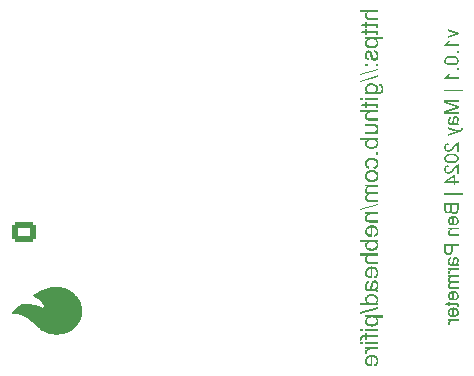
<source format=gbo>
G04 #@! TF.GenerationSoftware,KiCad,Pcbnew,9.0.6*
G04 #@! TF.CreationDate,2025-12-24T13:11:47-08:00*
G04 #@! TF.ProjectId,pifire-relay-module-SSR,70696669-7265-42d7-9265-6c61792d6d6f,v1.0.2*
G04 #@! TF.SameCoordinates,Original*
G04 #@! TF.FileFunction,Legend,Bot*
G04 #@! TF.FilePolarity,Positive*
%FSLAX46Y46*%
G04 Gerber Fmt 4.6, Leading zero omitted, Abs format (unit mm)*
G04 Created by KiCad (PCBNEW 9.0.6) date 2025-12-24 13:11:47*
%MOMM*%
%LPD*%
G01*
G04 APERTURE LIST*
G04 Aperture macros list*
%AMRoundRect*
0 Rectangle with rounded corners*
0 $1 Rounding radius*
0 $2 $3 $4 $5 $6 $7 $8 $9 X,Y pos of 4 corners*
0 Add a 4 corners polygon primitive as box body*
4,1,4,$2,$3,$4,$5,$6,$7,$8,$9,$2,$3,0*
0 Add four circle primitives for the rounded corners*
1,1,$1+$1,$2,$3*
1,1,$1+$1,$4,$5*
1,1,$1+$1,$6,$7*
1,1,$1+$1,$8,$9*
0 Add four rect primitives between the rounded corners*
20,1,$1+$1,$2,$3,$4,$5,0*
20,1,$1+$1,$4,$5,$6,$7,0*
20,1,$1+$1,$6,$7,$8,$9,0*
20,1,$1+$1,$8,$9,$2,$3,0*%
G04 Aperture macros list end*
%ADD10C,0.000000*%
%ADD11C,0.100000*%
%ADD12RoundRect,0.102000X0.754000X0.754000X-0.754000X0.754000X-0.754000X-0.754000X0.754000X-0.754000X0*%
%ADD13C,1.712000*%
%ADD14C,1.600000*%
%ADD15O,1.600000X1.600000*%
%ADD16C,3.200000*%
%ADD17R,1.500000X1.050000*%
%ADD18O,1.500000X1.050000*%
%ADD19C,2.000000*%
%ADD20RoundRect,0.250000X0.725000X-0.600000X0.725000X0.600000X-0.725000X0.600000X-0.725000X-0.600000X0*%
%ADD21O,1.950000X1.700000*%
%ADD22R,3.000000X3.000000*%
%ADD23C,3.000000*%
G04 APERTURE END LIST*
D10*
G36*
X32249847Y-59271540D02*
G01*
X32277032Y-59275813D01*
X32303821Y-59282850D01*
X32330182Y-59292581D01*
X32356080Y-59304936D01*
X32381482Y-59319846D01*
X32406354Y-59337243D01*
X32430663Y-59357055D01*
X32454375Y-59379213D01*
X32477456Y-59403649D01*
X32499873Y-59430292D01*
X32521591Y-59459073D01*
X32542579Y-59489923D01*
X32562800Y-59522771D01*
X32582224Y-59557549D01*
X32600814Y-59594187D01*
X32618539Y-59632615D01*
X32635363Y-59672764D01*
X32651255Y-59714564D01*
X32666179Y-59757946D01*
X32680103Y-59802840D01*
X32692992Y-59849177D01*
X32704814Y-59896887D01*
X32715533Y-59945901D01*
X32725118Y-59996149D01*
X32733534Y-60047561D01*
X32740747Y-60100069D01*
X32746725Y-60153602D01*
X32751432Y-60208092D01*
X32754836Y-60263467D01*
X32756903Y-60319660D01*
X32757600Y-60376601D01*
X32754836Y-60489734D01*
X32746725Y-60599599D01*
X32733534Y-60705640D01*
X32715533Y-60807301D01*
X32692992Y-60904025D01*
X32666179Y-60995256D01*
X32635363Y-61080438D01*
X32600814Y-61159015D01*
X32562800Y-61230430D01*
X32521591Y-61294128D01*
X32477456Y-61349552D01*
X32430663Y-61396147D01*
X32406354Y-61415959D01*
X32381482Y-61433355D01*
X32356080Y-61448265D01*
X32330182Y-61460621D01*
X32303821Y-61470352D01*
X32277032Y-61477388D01*
X32249847Y-61481661D01*
X32222300Y-61483101D01*
X32194754Y-61481661D01*
X32167569Y-61477388D01*
X32140780Y-61470352D01*
X32114419Y-61460621D01*
X32088521Y-61448265D01*
X32063119Y-61433355D01*
X32038246Y-61415959D01*
X32013938Y-61396147D01*
X31990226Y-61373988D01*
X31967145Y-61349552D01*
X31944728Y-61322909D01*
X31923009Y-61294128D01*
X31902022Y-61263279D01*
X31881800Y-61230430D01*
X31862377Y-61195652D01*
X31843786Y-61159015D01*
X31826062Y-61120587D01*
X31809237Y-61080438D01*
X31793346Y-61038638D01*
X31778422Y-60995256D01*
X31764498Y-60950362D01*
X31751608Y-60904025D01*
X31739787Y-60856315D01*
X31729067Y-60807301D01*
X31719483Y-60757053D01*
X31711067Y-60705640D01*
X31703853Y-60653133D01*
X31697876Y-60599599D01*
X31693169Y-60545110D01*
X31689764Y-60489734D01*
X31687697Y-60433541D01*
X31687001Y-60376601D01*
X31689764Y-60263467D01*
X31697876Y-60153602D01*
X31711067Y-60047561D01*
X31729067Y-59945901D01*
X31751608Y-59849177D01*
X31778422Y-59757946D01*
X31809237Y-59672764D01*
X31843786Y-59594187D01*
X31881800Y-59522771D01*
X31923009Y-59459073D01*
X31967145Y-59403649D01*
X32013938Y-59357055D01*
X32038246Y-59337243D01*
X32063119Y-59319846D01*
X32088521Y-59304936D01*
X32114419Y-59292581D01*
X32140780Y-59282850D01*
X32167569Y-59275813D01*
X32194754Y-59271540D01*
X32222300Y-59270100D01*
X32249847Y-59271540D01*
G37*
G36*
X30879870Y-58365832D02*
G01*
X30989285Y-58373641D01*
X31097110Y-58386501D01*
X31203208Y-58404286D01*
X31307444Y-58426867D01*
X31409683Y-58454117D01*
X31509790Y-58485910D01*
X31607630Y-58522119D01*
X31703066Y-58562617D01*
X31795964Y-58607275D01*
X31886188Y-58655968D01*
X31973602Y-58708568D01*
X32058073Y-58764949D01*
X32139463Y-58824982D01*
X32217638Y-58888542D01*
X32292462Y-58955500D01*
X32363801Y-59025731D01*
X32431518Y-59099106D01*
X32495478Y-59175499D01*
X32555546Y-59254783D01*
X32611586Y-59336830D01*
X32663464Y-59421513D01*
X32711043Y-59508706D01*
X32754189Y-59598282D01*
X32792766Y-59690112D01*
X32826638Y-59784071D01*
X32855670Y-59880031D01*
X32879728Y-59977865D01*
X32898675Y-60077446D01*
X32912376Y-60178647D01*
X32920696Y-60281341D01*
X32923500Y-60385400D01*
X32920696Y-60489460D01*
X32912376Y-60592154D01*
X32898675Y-60693355D01*
X32879728Y-60792936D01*
X32855670Y-60890770D01*
X32826638Y-60986730D01*
X32792766Y-61080688D01*
X32754189Y-61172519D01*
X32711043Y-61262094D01*
X32663464Y-61349287D01*
X32611586Y-61433971D01*
X32555546Y-61516018D01*
X32495478Y-61595302D01*
X32431518Y-61671695D01*
X32363801Y-61745070D01*
X32292462Y-61815300D01*
X32217638Y-61882259D01*
X32139463Y-61945818D01*
X32058073Y-62005852D01*
X31973602Y-62062232D01*
X31886188Y-62114832D01*
X31795964Y-62163525D01*
X31703066Y-62208184D01*
X31607630Y-62248681D01*
X31509790Y-62284890D01*
X31409683Y-62316683D01*
X31307444Y-62343934D01*
X31203208Y-62366515D01*
X31097110Y-62384299D01*
X30989285Y-62397159D01*
X30879870Y-62404968D01*
X30769000Y-62407600D01*
X30658138Y-62404968D01*
X30548732Y-62397157D01*
X30440915Y-62384294D01*
X30334825Y-62366508D01*
X30230595Y-62343924D01*
X30128362Y-62316670D01*
X30028260Y-62284874D01*
X29930425Y-62248662D01*
X29834993Y-62208163D01*
X29742098Y-62163503D01*
X29651876Y-62114810D01*
X29564463Y-62062211D01*
X29479993Y-62005833D01*
X29398603Y-61945804D01*
X29320427Y-61882250D01*
X29245600Y-61815300D01*
X29065434Y-61651403D01*
X28826538Y-61448806D01*
X28689368Y-61339872D01*
X28542679Y-61229513D01*
X28388191Y-61120480D01*
X28227625Y-61015525D01*
X28062702Y-60917397D01*
X27895143Y-60828847D01*
X27810913Y-60789023D01*
X27726669Y-60752625D01*
X27642626Y-60719996D01*
X27559000Y-60691481D01*
X27476005Y-60667423D01*
X27393858Y-60648166D01*
X27312772Y-60634054D01*
X27232963Y-60625431D01*
X27154646Y-60622640D01*
X27078037Y-60626025D01*
X27003349Y-60635930D01*
X26930799Y-60652699D01*
X26943263Y-60626668D01*
X26956831Y-60600913D01*
X26987116Y-60550168D01*
X27021321Y-60500336D01*
X27059113Y-60451289D01*
X27100157Y-60402899D01*
X27144121Y-60355037D01*
X27190672Y-60307576D01*
X27239475Y-60260388D01*
X27290198Y-60213343D01*
X27342507Y-60166314D01*
X27450550Y-60071792D01*
X27560937Y-59975796D01*
X27671000Y-59877300D01*
X27736203Y-59857947D01*
X27822709Y-59842566D01*
X27927512Y-59831328D01*
X28047610Y-59824408D01*
X28179997Y-59821976D01*
X28321669Y-59824205D01*
X28469621Y-59831268D01*
X28620850Y-59843337D01*
X28772351Y-59860585D01*
X28921119Y-59883184D01*
X29064150Y-59911306D01*
X29198440Y-59945123D01*
X29320985Y-59984809D01*
X29428779Y-60030536D01*
X29476206Y-60055718D01*
X29518818Y-60082476D01*
X29556241Y-60110829D01*
X29588099Y-60140801D01*
X29613542Y-60165520D01*
X29636426Y-60183149D01*
X29656656Y-60194027D01*
X29674136Y-60198495D01*
X29688772Y-60196894D01*
X29700468Y-60189562D01*
X29709129Y-60176842D01*
X29714660Y-60159072D01*
X29716967Y-60136593D01*
X29715952Y-60109746D01*
X29711523Y-60078870D01*
X29703583Y-60044307D01*
X29692037Y-60006395D01*
X29676790Y-59965476D01*
X29657747Y-59921889D01*
X29634812Y-59875975D01*
X29607892Y-59828074D01*
X29576889Y-59778527D01*
X29541710Y-59727673D01*
X29502259Y-59675853D01*
X29458441Y-59623407D01*
X29410161Y-59570675D01*
X29357323Y-59517998D01*
X29299833Y-59465715D01*
X29237595Y-59414168D01*
X29170514Y-59363696D01*
X29098495Y-59314640D01*
X29021443Y-59267339D01*
X28939263Y-59222135D01*
X28851859Y-59179366D01*
X28759136Y-59139374D01*
X28661000Y-59102499D01*
X28934144Y-58944965D01*
X29067062Y-58870577D01*
X29199000Y-58799824D01*
X29331051Y-58733244D01*
X29464306Y-58671371D01*
X29531727Y-58642369D01*
X29599858Y-58614744D01*
X29668837Y-58588566D01*
X29738800Y-58563899D01*
X29878793Y-58518698D01*
X30016530Y-58478794D01*
X30151536Y-58444411D01*
X30283337Y-58415775D01*
X30411459Y-58393111D01*
X30535426Y-58376644D01*
X30595704Y-58370805D01*
X30654765Y-58366599D01*
X30712550Y-58364055D01*
X30769000Y-58363200D01*
X30879870Y-58365832D01*
G37*
G36*
X31564017Y-58940583D02*
G01*
X31634397Y-58946173D01*
X31703754Y-58955379D01*
X31772000Y-58968109D01*
X31839048Y-58984273D01*
X31904811Y-59003780D01*
X31969202Y-59026538D01*
X32032134Y-59052457D01*
X32093521Y-59081446D01*
X32153274Y-59113414D01*
X32211307Y-59148271D01*
X32267533Y-59185924D01*
X32321865Y-59226283D01*
X32374216Y-59269257D01*
X32424498Y-59314755D01*
X32472625Y-59362687D01*
X32518510Y-59412961D01*
X32562065Y-59465487D01*
X32603204Y-59520172D01*
X32641839Y-59576927D01*
X32677883Y-59635661D01*
X32711250Y-59696282D01*
X32741853Y-59758700D01*
X32769603Y-59822824D01*
X32794415Y-59888562D01*
X32816201Y-59955824D01*
X32834874Y-60024518D01*
X32850347Y-60094555D01*
X32862534Y-60165842D01*
X32871346Y-60238290D01*
X32876697Y-60311806D01*
X32878500Y-60386301D01*
X32876697Y-60460786D01*
X32871346Y-60534294D01*
X32862534Y-60606733D01*
X32850347Y-60678013D01*
X32834874Y-60748042D01*
X32816201Y-60816730D01*
X32794415Y-60883986D01*
X32769603Y-60949719D01*
X32741853Y-61013837D01*
X32711250Y-61076250D01*
X32677883Y-61136867D01*
X32641839Y-61195597D01*
X32603204Y-61252348D01*
X32562065Y-61307031D01*
X32518510Y-61359553D01*
X32472625Y-61409825D01*
X32424498Y-61457754D01*
X32374216Y-61503251D01*
X32321865Y-61546223D01*
X32267533Y-61586581D01*
X32211307Y-61624233D01*
X32153274Y-61659088D01*
X32093521Y-61691055D01*
X32032134Y-61720044D01*
X31969202Y-61745962D01*
X31904811Y-61768720D01*
X31839048Y-61788227D01*
X31772000Y-61804390D01*
X31703754Y-61817121D01*
X31634397Y-61826326D01*
X31564017Y-61831916D01*
X31492700Y-61833800D01*
X31456390Y-61833189D01*
X31419222Y-61831370D01*
X31381236Y-61828363D01*
X31342467Y-61824187D01*
X31302955Y-61818863D01*
X31262738Y-61812411D01*
X31221853Y-61804850D01*
X31180338Y-61796200D01*
X31095571Y-61775714D01*
X31008740Y-61751112D01*
X30920148Y-61722554D01*
X30830101Y-61690199D01*
X30785092Y-61672542D01*
X30740719Y-61653800D01*
X30696893Y-61634023D01*
X30653527Y-61613258D01*
X30610531Y-61591554D01*
X30567819Y-61568959D01*
X30482888Y-61521288D01*
X30398027Y-61470631D01*
X30312530Y-61417374D01*
X30136801Y-61304601D01*
X30199924Y-61278213D01*
X30259565Y-61249593D01*
X30315785Y-61218985D01*
X30368645Y-61186632D01*
X30418208Y-61152777D01*
X30464533Y-61117666D01*
X30507682Y-61081540D01*
X30547716Y-61044644D01*
X30584697Y-61007221D01*
X30618685Y-60969515D01*
X30649742Y-60931770D01*
X30677929Y-60894228D01*
X30703307Y-60857134D01*
X30725937Y-60820732D01*
X30745881Y-60785264D01*
X30763200Y-60750975D01*
X30777955Y-60718108D01*
X30790207Y-60686907D01*
X30800017Y-60657614D01*
X30807447Y-60630475D01*
X30812557Y-60605732D01*
X30815409Y-60583630D01*
X30816065Y-60564411D01*
X30814584Y-60548319D01*
X30811030Y-60535598D01*
X30805461Y-60526492D01*
X30797941Y-60521244D01*
X30788530Y-60520097D01*
X30777289Y-60523296D01*
X30764280Y-60531083D01*
X30749563Y-60543704D01*
X30733200Y-60561400D01*
X30712702Y-60582856D01*
X30688625Y-60603153D01*
X30661211Y-60622307D01*
X30630701Y-60640334D01*
X30597336Y-60657248D01*
X30561359Y-60673065D01*
X30482532Y-60701470D01*
X30396152Y-60725674D01*
X30304151Y-60745800D01*
X30208460Y-60761971D01*
X30111012Y-60774312D01*
X30013739Y-60782947D01*
X29918572Y-60787998D01*
X29827443Y-60789591D01*
X29742285Y-60787848D01*
X29665030Y-60782894D01*
X29597610Y-60774852D01*
X29541955Y-60763846D01*
X29500000Y-60750000D01*
X29429232Y-60679481D01*
X29358249Y-60610758D01*
X29288767Y-60543097D01*
X29255124Y-60509435D01*
X29222499Y-60475763D01*
X29191108Y-60441989D01*
X29161164Y-60408021D01*
X29132881Y-60373767D01*
X29106474Y-60339136D01*
X29082159Y-60304035D01*
X29060148Y-60268374D01*
X29040657Y-60232059D01*
X29031923Y-60213628D01*
X29023899Y-60195000D01*
X29070570Y-60207002D01*
X29118616Y-60214091D01*
X29167898Y-60216513D01*
X29218277Y-60214513D01*
X29269616Y-60208340D01*
X29321776Y-60198237D01*
X29374619Y-60184451D01*
X29428006Y-60167229D01*
X29481799Y-60146817D01*
X29535860Y-60123459D01*
X29590051Y-60097404D01*
X29644232Y-60068896D01*
X29752014Y-60005507D01*
X29858100Y-59935262D01*
X29961383Y-59860129D01*
X30060755Y-59782077D01*
X30155111Y-59703074D01*
X30243343Y-59625089D01*
X30324345Y-59550090D01*
X30397010Y-59480047D01*
X30512899Y-59362700D01*
X30561014Y-59314778D01*
X30611286Y-59269287D01*
X30663629Y-59226318D01*
X30717954Y-59185961D01*
X30774175Y-59148308D01*
X30832204Y-59113451D01*
X30891954Y-59081480D01*
X30953337Y-59052487D01*
X31016266Y-59026563D01*
X31080653Y-59003800D01*
X31146410Y-58984288D01*
X31213451Y-58968120D01*
X31281688Y-58955385D01*
X31351033Y-58946176D01*
X31421400Y-58940584D01*
X31492700Y-58938699D01*
X31564017Y-58940583D01*
G37*
D11*
G36*
X57995000Y-34888302D02*
G01*
X56488510Y-34888302D01*
X56488510Y-35072766D01*
X57030362Y-35072766D01*
X56964448Y-35142451D01*
X56918504Y-35218865D01*
X56890780Y-35303504D01*
X56881252Y-35398647D01*
X56886901Y-35478079D01*
X56903051Y-35547557D01*
X56928971Y-35608666D01*
X56965537Y-35663398D01*
X57009246Y-35705426D01*
X57060771Y-35736252D01*
X57118387Y-35755957D01*
X57197789Y-35769559D01*
X57304769Y-35774720D01*
X57995000Y-35774720D01*
X57995000Y-35590256D01*
X57304311Y-35590256D01*
X57213700Y-35582361D01*
X57148608Y-35561503D01*
X57102628Y-35530264D01*
X57068532Y-35486534D01*
X57047202Y-35431173D01*
X57039521Y-35360729D01*
X57050109Y-35281401D01*
X57082111Y-35206489D01*
X57114347Y-35162399D01*
X57152623Y-35128398D01*
X57197608Y-35103449D01*
X57277879Y-35081457D01*
X57398742Y-35072766D01*
X57995000Y-35072766D01*
X57995000Y-34888302D01*
G37*
G36*
X57827021Y-36457532D02*
G01*
X57989962Y-36484185D01*
X58002815Y-36408050D01*
X58006723Y-36344875D01*
X57997794Y-36251048D01*
X57974941Y-36189078D01*
X57937431Y-36141358D01*
X57891227Y-36111226D01*
X57825065Y-36095971D01*
X57672965Y-36088695D01*
X57045383Y-36088695D01*
X57045383Y-35953415D01*
X56904699Y-35953415D01*
X56904699Y-36088695D01*
X56635239Y-36088695D01*
X56524505Y-36272060D01*
X56904699Y-36272060D01*
X56904699Y-36457532D01*
X57045383Y-36457532D01*
X57045383Y-36272060D01*
X57680476Y-36272060D01*
X57752296Y-36275249D01*
X57781775Y-36281769D01*
X57801895Y-36294526D01*
X57817588Y-36313551D01*
X57827128Y-36338426D01*
X57830868Y-36376565D01*
X57827021Y-36457532D01*
G37*
G36*
X57827021Y-37040784D02*
G01*
X57989962Y-37067437D01*
X58002815Y-36991302D01*
X58006723Y-36928127D01*
X57997794Y-36834300D01*
X57974941Y-36772330D01*
X57937431Y-36724610D01*
X57891227Y-36694478D01*
X57825065Y-36679223D01*
X57672965Y-36671946D01*
X57045383Y-36671946D01*
X57045383Y-36536666D01*
X56904699Y-36536666D01*
X56904699Y-36671946D01*
X56635239Y-36671946D01*
X56524505Y-36855312D01*
X56904699Y-36855312D01*
X56904699Y-37040784D01*
X57045383Y-37040784D01*
X57045383Y-36855312D01*
X57680476Y-36855312D01*
X57752296Y-36858501D01*
X57781775Y-36865020D01*
X57801895Y-36877778D01*
X57817588Y-36896803D01*
X57827128Y-36921678D01*
X57830868Y-36959817D01*
X57827021Y-37040784D01*
G37*
G36*
X58411189Y-37405774D02*
G01*
X57880419Y-37405774D01*
X57934480Y-37458806D01*
X57979337Y-37526125D01*
X58008414Y-37603066D01*
X58018447Y-37691630D01*
X58010666Y-37773685D01*
X57987248Y-37853342D01*
X57947281Y-37931873D01*
X57893500Y-38001346D01*
X57825833Y-38059209D01*
X57742391Y-38106079D01*
X57651463Y-38138877D01*
X57551719Y-38159094D01*
X57441698Y-38166072D01*
X57338944Y-38159827D01*
X57243834Y-38141584D01*
X57155293Y-38111758D01*
X57073352Y-38068822D01*
X57006541Y-38015331D01*
X56952968Y-37950833D01*
X56913456Y-37876984D01*
X56889490Y-37795664D01*
X56881252Y-37705002D01*
X56882505Y-37687600D01*
X57027798Y-37687600D01*
X57038946Y-37762170D01*
X57072346Y-37829469D01*
X57130929Y-37892031D01*
X57183990Y-37926914D01*
X57251205Y-37953645D01*
X57335722Y-37971175D01*
X57441331Y-37977577D01*
X57552483Y-37970927D01*
X57640290Y-37952828D01*
X57709081Y-37925430D01*
X57762450Y-37889924D01*
X57808975Y-37842424D01*
X57840804Y-37792145D01*
X57859657Y-37738239D01*
X57866039Y-37679357D01*
X57855089Y-37603270D01*
X57822538Y-37535467D01*
X57766022Y-37473368D01*
X57714460Y-37438904D01*
X57648113Y-37412340D01*
X57563548Y-37394809D01*
X57456627Y-37388372D01*
X57350541Y-37395026D01*
X57264196Y-37413401D01*
X57194164Y-37441709D01*
X57137616Y-37479047D01*
X57087537Y-37528515D01*
X57053892Y-37579143D01*
X57034325Y-37631741D01*
X57027798Y-37687600D01*
X56882505Y-37687600D01*
X56886295Y-37634964D01*
X56900579Y-37575042D01*
X56923292Y-37523560D01*
X56974312Y-37454187D01*
X57049230Y-37389379D01*
X56904699Y-37389379D01*
X56904699Y-37221310D01*
X58411189Y-37221310D01*
X58411189Y-37405774D01*
G37*
G36*
X57666737Y-38314083D02*
G01*
X57643290Y-38496441D01*
X57711781Y-38513612D01*
X57765970Y-38542209D01*
X57808612Y-38581987D01*
X57839157Y-38631923D01*
X57858848Y-38696053D01*
X57866039Y-38778266D01*
X57859280Y-38861655D01*
X57841335Y-38922707D01*
X57814474Y-38966761D01*
X57776853Y-39001844D01*
X57737007Y-39021719D01*
X57693482Y-39028310D01*
X57654850Y-39022254D01*
X57622754Y-39004582D01*
X57595479Y-38973996D01*
X57572276Y-38921524D01*
X57533197Y-38785410D01*
X57480643Y-38598840D01*
X57444537Y-38504134D01*
X57399187Y-38434360D01*
X57341039Y-38385249D01*
X57271731Y-38354964D01*
X57194952Y-38344766D01*
X57124555Y-38353148D01*
X57060129Y-38378013D01*
X57003382Y-38417360D01*
X56957090Y-38468780D01*
X56929077Y-38516788D01*
X56903326Y-38586108D01*
X56886898Y-38662178D01*
X56881252Y-38745477D01*
X56890960Y-38868738D01*
X56918072Y-38970333D01*
X56947104Y-39032042D01*
X56980419Y-39078847D01*
X57017814Y-39113306D01*
X57087942Y-39150977D01*
X57186067Y-39176871D01*
X57209515Y-38996528D01*
X57157168Y-38982704D01*
X57114671Y-38959012D01*
X57080188Y-38925270D01*
X57055565Y-38883503D01*
X57039548Y-38829159D01*
X57033660Y-38758757D01*
X57039436Y-38674411D01*
X57054284Y-38616244D01*
X57075517Y-38577407D01*
X57106365Y-38546193D01*
X57138619Y-38528801D01*
X57173519Y-38523094D01*
X57207378Y-38528700D01*
X57237816Y-38545625D01*
X57263772Y-38573049D01*
X57286726Y-38616333D01*
X57333712Y-38779274D01*
X57385776Y-38959598D01*
X57419350Y-39052307D01*
X57460691Y-39122010D01*
X57516161Y-39173756D01*
X57560477Y-39197637D01*
X57612519Y-39212547D01*
X57674064Y-39217812D01*
X57733981Y-39211905D01*
X57791560Y-39194178D01*
X57847813Y-39163956D01*
X57897162Y-39123657D01*
X57939091Y-39072445D01*
X57973842Y-39008709D01*
X57998176Y-38939797D01*
X58013234Y-38863705D01*
X58018447Y-38779274D01*
X58011910Y-38671516D01*
X57993883Y-38583931D01*
X57966184Y-38513043D01*
X57929787Y-38455957D01*
X57881923Y-38406975D01*
X57823353Y-38366962D01*
X57752387Y-38335787D01*
X57666737Y-38314083D01*
G37*
G36*
X57109863Y-39488372D02*
G01*
X56904699Y-39488372D01*
X56904699Y-39698390D01*
X57109863Y-39698390D01*
X57109863Y-39488372D01*
G37*
G36*
X57995000Y-39488372D02*
G01*
X57789836Y-39488372D01*
X57789836Y-39698390D01*
X57995000Y-39698390D01*
X57995000Y-39488372D01*
G37*
G36*
X58018447Y-39882030D02*
G01*
X56465062Y-40317546D01*
X56465062Y-40465099D01*
X58018447Y-40030591D01*
X58018447Y-39882030D01*
G37*
G36*
X58018447Y-40465282D02*
G01*
X56465062Y-40900798D01*
X56465062Y-41048351D01*
X58018447Y-40613843D01*
X58018447Y-40465282D01*
G37*
G36*
X57556405Y-41124231D02*
G01*
X57657445Y-41147705D01*
X57749160Y-41185911D01*
X57832975Y-41239043D01*
X57903503Y-41306454D01*
X57953422Y-41385143D01*
X57984191Y-41477345D01*
X57995000Y-41586540D01*
X57986398Y-41673851D01*
X57961330Y-41751941D01*
X57919765Y-41822806D01*
X57860177Y-41887783D01*
X58021648Y-41883979D01*
X58091720Y-41874502D01*
X58148365Y-41852573D01*
X58194609Y-41821252D01*
X58232037Y-41780163D01*
X58258425Y-41731108D01*
X58275800Y-41666599D01*
X58282229Y-41582418D01*
X58275514Y-41504841D01*
X58257023Y-41443440D01*
X58228190Y-41394840D01*
X58197990Y-41366366D01*
X58156492Y-41345316D01*
X58100512Y-41332375D01*
X58077065Y-41153039D01*
X58165110Y-41159441D01*
X58237145Y-41181369D01*
X58296538Y-41217590D01*
X58345519Y-41268811D01*
X58383014Y-41330367D01*
X58410810Y-41402061D01*
X58428407Y-41485690D01*
X58434637Y-41583426D01*
X58427176Y-41691315D01*
X58406186Y-41782436D01*
X58373087Y-41859573D01*
X58326297Y-41928692D01*
X58270712Y-41982783D01*
X58205567Y-42023521D01*
X58131875Y-42049116D01*
X58016702Y-42067842D01*
X57845431Y-42075270D01*
X56904699Y-42075270D01*
X56904699Y-41905185D01*
X57039521Y-41905185D01*
X56968974Y-41836882D01*
X56920338Y-41762295D01*
X56891222Y-41679976D01*
X56882685Y-41600828D01*
X57033660Y-41600828D01*
X57044814Y-41679653D01*
X57077944Y-41749975D01*
X57135326Y-41814419D01*
X57187927Y-41850873D01*
X57253740Y-41878536D01*
X57335633Y-41896538D01*
X57437118Y-41903079D01*
X57544095Y-41896536D01*
X57628257Y-41878755D01*
X57693906Y-41851857D01*
X57744590Y-41816983D01*
X57799522Y-41754332D01*
X57831650Y-41684215D01*
X57842592Y-41603851D01*
X57831553Y-41522955D01*
X57799222Y-41452870D01*
X57744040Y-41390718D01*
X57693264Y-41356479D01*
X57626826Y-41329905D01*
X57540925Y-41312244D01*
X57430982Y-41305722D01*
X57330985Y-41312078D01*
X57250314Y-41329564D01*
X57185519Y-41356406D01*
X57133769Y-41391726D01*
X57077296Y-41454495D01*
X57044664Y-41523321D01*
X57033660Y-41600828D01*
X56882685Y-41600828D01*
X56881252Y-41587547D01*
X56889590Y-41493398D01*
X56913674Y-41410227D01*
X56953060Y-41335947D01*
X57006703Y-41271075D01*
X57073926Y-41216712D01*
X57156666Y-41172457D01*
X57246013Y-41141472D01*
X57341520Y-41122580D01*
X57444262Y-41116128D01*
X57556405Y-41124231D01*
G37*
G36*
X56693674Y-42354439D02*
G01*
X56488510Y-42354439D01*
X56488510Y-42538812D01*
X56693674Y-42538812D01*
X56693674Y-42354439D01*
G37*
G36*
X57995000Y-42354439D02*
G01*
X56904699Y-42354439D01*
X56904699Y-42538812D01*
X57995000Y-42538812D01*
X57995000Y-42354439D01*
G37*
G36*
X57827021Y-43222082D02*
G01*
X57989962Y-43248735D01*
X58002815Y-43172600D01*
X58006723Y-43109425D01*
X57997794Y-43015598D01*
X57974941Y-42953628D01*
X57937431Y-42905908D01*
X57891227Y-42875776D01*
X57825065Y-42860521D01*
X57672965Y-42853244D01*
X57045383Y-42853244D01*
X57045383Y-42717964D01*
X56904699Y-42717964D01*
X56904699Y-42853244D01*
X56635239Y-42853244D01*
X56524505Y-43036610D01*
X56904699Y-43036610D01*
X56904699Y-43222082D01*
X57045383Y-43222082D01*
X57045383Y-43036610D01*
X57680476Y-43036610D01*
X57752296Y-43039799D01*
X57781775Y-43046318D01*
X57801895Y-43059076D01*
X57817588Y-43078101D01*
X57827128Y-43102976D01*
X57830868Y-43141115D01*
X57827021Y-43222082D01*
G37*
G36*
X57995000Y-43402608D02*
G01*
X56488510Y-43402608D01*
X56488510Y-43587072D01*
X57030362Y-43587072D01*
X56964448Y-43656757D01*
X56918504Y-43733171D01*
X56890780Y-43817810D01*
X56881252Y-43912953D01*
X56886901Y-43992385D01*
X56903051Y-44061863D01*
X56928971Y-44122971D01*
X56965537Y-44177703D01*
X57009246Y-44219731D01*
X57060771Y-44250558D01*
X57118387Y-44270263D01*
X57197789Y-44283864D01*
X57304769Y-44289026D01*
X57995000Y-44289026D01*
X57995000Y-44104562D01*
X57304311Y-44104562D01*
X57213700Y-44096666D01*
X57148608Y-44075808D01*
X57102628Y-44044569D01*
X57068532Y-44000840D01*
X57047202Y-43945479D01*
X57039521Y-43875034D01*
X57050109Y-43795706D01*
X57082111Y-43720795D01*
X57114347Y-43676704D01*
X57152623Y-43642703D01*
X57197608Y-43617755D01*
X57277879Y-43595763D01*
X57398742Y-43587072D01*
X57995000Y-43587072D01*
X57995000Y-43402608D01*
G37*
G36*
X57995000Y-45282331D02*
G01*
X57834532Y-45282331D01*
X57902166Y-45226454D01*
X57953002Y-45164968D01*
X57988961Y-45097192D01*
X58010880Y-45021822D01*
X58018447Y-44937033D01*
X58009098Y-44843297D01*
X57981536Y-44757148D01*
X57938213Y-44682237D01*
X57888754Y-44633225D01*
X57828074Y-44599405D01*
X57751825Y-44576347D01*
X57689481Y-44568450D01*
X57579542Y-44565081D01*
X56904699Y-44565081D01*
X56904699Y-44749454D01*
X57509200Y-44749454D01*
X57642202Y-44753024D01*
X57704198Y-44760720D01*
X57749929Y-44776969D01*
X57787639Y-44801420D01*
X57818595Y-44834451D01*
X57841236Y-44873940D01*
X57855254Y-44919891D01*
X57860177Y-44973852D01*
X57849571Y-45054121D01*
X57817588Y-45129557D01*
X57785276Y-45173920D01*
X57746855Y-45207903D01*
X57701633Y-45232597D01*
X57619602Y-45254091D01*
X57488684Y-45262822D01*
X56904699Y-45262822D01*
X56904699Y-45447287D01*
X57995000Y-45447287D01*
X57995000Y-45282331D01*
G37*
G36*
X57995000Y-45905700D02*
G01*
X57856789Y-45905700D01*
X57928606Y-45966889D01*
X57978179Y-46036378D01*
X58008086Y-46115793D01*
X58018447Y-46208042D01*
X58008928Y-46301309D01*
X57980911Y-46386499D01*
X57933925Y-46465609D01*
X57865856Y-46539968D01*
X57786242Y-46597855D01*
X57690015Y-46640939D01*
X57573823Y-46668488D01*
X57433455Y-46678362D01*
X57318142Y-46670001D01*
X57212171Y-46645573D01*
X57114588Y-46605651D01*
X57035491Y-46554897D01*
X56970780Y-46489538D01*
X56921735Y-46407344D01*
X56891423Y-46315230D01*
X56881252Y-46217293D01*
X56883014Y-46200806D01*
X57033660Y-46200806D01*
X57044702Y-46276121D01*
X57077606Y-46343405D01*
X57134959Y-46405238D01*
X57186979Y-46439431D01*
X57254153Y-46465864D01*
X57340023Y-46483347D01*
X57448842Y-46489776D01*
X57554340Y-46483232D01*
X57639232Y-46465259D01*
X57707193Y-46437743D01*
X57761259Y-46401666D01*
X57808526Y-46353800D01*
X57840696Y-46303642D01*
X57859650Y-46250365D01*
X57866039Y-46192655D01*
X57857267Y-46122638D01*
X57831614Y-46061320D01*
X57788219Y-46006460D01*
X57723890Y-45956991D01*
X57662987Y-45930119D01*
X57572255Y-45911096D01*
X57441698Y-45903685D01*
X57341321Y-45910118D01*
X57259370Y-45927915D01*
X57192649Y-45955409D01*
X57138531Y-45991796D01*
X57091218Y-46039667D01*
X57059021Y-46089827D01*
X57040053Y-46143102D01*
X57033660Y-46200806D01*
X56883014Y-46200806D01*
X56890568Y-46130118D01*
X56917728Y-46052714D01*
X56963002Y-45982826D01*
X57028531Y-45919072D01*
X56488510Y-45919072D01*
X56488510Y-45734608D01*
X57995000Y-45734608D01*
X57995000Y-45905700D01*
G37*
G36*
X57995000Y-46954418D02*
G01*
X57789836Y-46954418D01*
X57789836Y-47164436D01*
X57995000Y-47164436D01*
X57995000Y-46954418D01*
G37*
G36*
X57596395Y-48195477D02*
G01*
X57619842Y-48376827D01*
X57711418Y-48355185D01*
X57789497Y-48322417D01*
X57856089Y-48279016D01*
X57912659Y-48224694D01*
X57958522Y-48160693D01*
X57991341Y-48090130D01*
X58011481Y-48011748D01*
X58018447Y-47923909D01*
X58008716Y-47814443D01*
X57980863Y-47719833D01*
X57935706Y-47637274D01*
X57872451Y-47564781D01*
X57796144Y-47508065D01*
X57703364Y-47465819D01*
X57590730Y-47438760D01*
X57453971Y-47429043D01*
X57337619Y-47435987D01*
X57235490Y-47455802D01*
X57145584Y-47487386D01*
X57063829Y-47533822D01*
X56998412Y-47592754D01*
X56947381Y-47665164D01*
X56910710Y-47746925D01*
X56888701Y-47833119D01*
X56881252Y-47925008D01*
X56887422Y-48013331D01*
X56904988Y-48089906D01*
X56933039Y-48156594D01*
X56971378Y-48214894D01*
X57019928Y-48265188D01*
X57077772Y-48305946D01*
X57146221Y-48337484D01*
X57227100Y-48359425D01*
X57250547Y-48180089D01*
X57181571Y-48157317D01*
X57128406Y-48126930D01*
X57088156Y-48089414D01*
X57058114Y-48043513D01*
X57039942Y-47991648D01*
X57033660Y-47932152D01*
X57040163Y-47864410D01*
X57058928Y-47805143D01*
X57089703Y-47752636D01*
X57133402Y-47705739D01*
X57184837Y-47670571D01*
X57251911Y-47643349D01*
X57338393Y-47625295D01*
X57448842Y-47618636D01*
X57561276Y-47625130D01*
X57648688Y-47642663D01*
X57715877Y-47668939D01*
X57766846Y-47702625D01*
X57810405Y-47748071D01*
X57840987Y-47798923D01*
X57859595Y-47856299D01*
X57866039Y-47921894D01*
X57858363Y-47991745D01*
X57836296Y-48051448D01*
X57799911Y-48103244D01*
X57751204Y-48143764D01*
X57684940Y-48174926D01*
X57596395Y-48195477D01*
G37*
G36*
X57587954Y-48476100D02*
G01*
X57701577Y-48504128D01*
X57795111Y-48547942D01*
X57871993Y-48606904D01*
X57935379Y-48681801D01*
X57980707Y-48766870D01*
X58008680Y-48864109D01*
X58018447Y-48976290D01*
X58010929Y-49069508D01*
X57988752Y-49156669D01*
X57951860Y-49239065D01*
X57901200Y-49313332D01*
X57839247Y-49374080D01*
X57764923Y-49422522D01*
X57682052Y-49455415D01*
X57573935Y-49477387D01*
X57434462Y-49485537D01*
X57305491Y-49475622D01*
X57197078Y-49447703D01*
X57105593Y-49403467D01*
X57028256Y-49343113D01*
X56964363Y-49267399D01*
X56918885Y-49182380D01*
X56890959Y-49086205D01*
X56881252Y-48976290D01*
X57033660Y-48976290D01*
X57040262Y-49042153D01*
X57059534Y-49101175D01*
X57091564Y-49154877D01*
X57137616Y-49204261D01*
X57191508Y-49242146D01*
X57258433Y-49270764D01*
X57341175Y-49289315D01*
X57443163Y-49296035D01*
X57552097Y-49289204D01*
X57638896Y-49270522D01*
X57707626Y-49242039D01*
X57761625Y-49204810D01*
X57807831Y-49155628D01*
X57840003Y-49101921D01*
X57859388Y-49042662D01*
X57866039Y-48976290D01*
X57859397Y-48909353D01*
X57840070Y-48849750D01*
X57808057Y-48795903D01*
X57762175Y-48746763D01*
X57708345Y-48709375D01*
X57640451Y-48680906D01*
X57555373Y-48662313D01*
X57449300Y-48655539D01*
X57343256Y-48662321D01*
X57258317Y-48680924D01*
X57190635Y-48709392D01*
X57137066Y-48746763D01*
X57091408Y-48795874D01*
X57059531Y-48849713D01*
X57040278Y-48909326D01*
X57033660Y-48976290D01*
X56881252Y-48976290D01*
X56889179Y-48876946D01*
X56912144Y-48787937D01*
X56949643Y-48707453D01*
X57002152Y-48634106D01*
X57063119Y-48576279D01*
X57136107Y-48530251D01*
X57223056Y-48495853D01*
X57326582Y-48473880D01*
X57449849Y-48466037D01*
X57587954Y-48476100D01*
G37*
G36*
X57995000Y-49701142D02*
G01*
X56904699Y-49701142D01*
X56904699Y-49866189D01*
X57057015Y-49866189D01*
X56985806Y-49925541D01*
X56929521Y-50002385D01*
X56903025Y-50060806D01*
X56886829Y-50124974D01*
X56881252Y-50196100D01*
X56887355Y-50275385D01*
X56904373Y-50340584D01*
X56931078Y-50394303D01*
X56968648Y-50440779D01*
X57014672Y-50476936D01*
X57070388Y-50503480D01*
X56999829Y-50560631D01*
X56947424Y-50621984D01*
X56910826Y-50688089D01*
X56888787Y-50760087D01*
X56881252Y-50839619D01*
X56887565Y-50920201D01*
X56905238Y-50986971D01*
X56933101Y-51042455D01*
X56971011Y-51088564D01*
X57017972Y-51124371D01*
X57077628Y-51151507D01*
X57152875Y-51169208D01*
X57247342Y-51175667D01*
X57995000Y-51175667D01*
X57995000Y-50992301D01*
X57307700Y-50992301D01*
X57204542Y-50986885D01*
X57147965Y-50974350D01*
X57104256Y-50949379D01*
X57069380Y-50909228D01*
X57047233Y-50858936D01*
X57039521Y-50798586D01*
X57048315Y-50725275D01*
X57073722Y-50662574D01*
X57116092Y-50607985D01*
X57172101Y-50568380D01*
X57251180Y-50542079D01*
X57361098Y-50532148D01*
X57995000Y-50532148D01*
X57995000Y-50347775D01*
X57286085Y-50347775D01*
X57204737Y-50341831D01*
X57144737Y-50326058D01*
X57101162Y-50302621D01*
X57068140Y-50268085D01*
X57047236Y-50220435D01*
X57039521Y-50155159D01*
X57049805Y-50080161D01*
X57080646Y-50011086D01*
X57111872Y-49971456D01*
X57151494Y-49939661D01*
X57200813Y-49915282D01*
X57288946Y-49894179D01*
X57428875Y-49885607D01*
X57995000Y-49885607D01*
X57995000Y-49701142D01*
G37*
G36*
X58018447Y-51311130D02*
G01*
X56465062Y-51746646D01*
X56465062Y-51894199D01*
X58018447Y-51459691D01*
X58018447Y-51311130D01*
G37*
G36*
X57995000Y-52032684D02*
G01*
X56904699Y-52032684D01*
X56904699Y-52198739D01*
X57059397Y-52198739D01*
X56994781Y-52251437D01*
X56945691Y-52311230D01*
X56910533Y-52378968D01*
X56888827Y-52456198D01*
X56881252Y-52545045D01*
X56890314Y-52640447D01*
X56916698Y-52725846D01*
X56959003Y-52799863D01*
X57009480Y-52849310D01*
X57071165Y-52883709D01*
X57145859Y-52906738D01*
X57206742Y-52913838D01*
X57325286Y-52916996D01*
X57995000Y-52916996D01*
X57995000Y-52732532D01*
X57331331Y-52732532D01*
X57225614Y-52726214D01*
X57162345Y-52711008D01*
X57112347Y-52681471D01*
X57072952Y-52634621D01*
X57048172Y-52576224D01*
X57039521Y-52506119D01*
X57048037Y-52430357D01*
X57072901Y-52363240D01*
X57114535Y-52302695D01*
X57154479Y-52268924D01*
X57211554Y-52242251D01*
X57290929Y-52224049D01*
X57399108Y-52217149D01*
X57995000Y-52217149D01*
X57995000Y-52032684D01*
G37*
G36*
X57591607Y-53147582D02*
G01*
X57702052Y-53175192D01*
X57794323Y-53218670D01*
X57871443Y-53277590D01*
X57934585Y-53351961D01*
X57980117Y-53438168D01*
X58008470Y-53538528D01*
X58018447Y-53656228D01*
X58012118Y-53750911D01*
X57994101Y-53833177D01*
X57965368Y-53904931D01*
X57926215Y-53967729D01*
X57857662Y-54039432D01*
X57772210Y-54095024D01*
X57666737Y-54134791D01*
X57643290Y-53944190D01*
X57717706Y-53910777D01*
X57773075Y-53872743D01*
X57812916Y-53830434D01*
X57842006Y-53780285D01*
X57859834Y-53723128D01*
X57866039Y-53657235D01*
X57855223Y-53570423D01*
X57823796Y-53495564D01*
X57770968Y-53429723D01*
X57721143Y-53391065D01*
X57660316Y-53360882D01*
X57586393Y-53339577D01*
X57496744Y-53328332D01*
X57496744Y-54139829D01*
X57447560Y-54140928D01*
X57312827Y-54131132D01*
X57200801Y-54103723D01*
X57107504Y-54060675D01*
X57029813Y-54002534D01*
X56965008Y-53928656D01*
X56919098Y-53845925D01*
X56891002Y-53752550D01*
X56881445Y-53648076D01*
X57033660Y-53648076D01*
X57040493Y-53715973D01*
X57060278Y-53775612D01*
X57092923Y-53828745D01*
X57139631Y-53876504D01*
X57188393Y-53907721D01*
X57254988Y-53931533D01*
X57344337Y-53946205D01*
X57344337Y-53338590D01*
X57253645Y-53354109D01*
X57179364Y-53386187D01*
X57118198Y-53434394D01*
X57071342Y-53496411D01*
X57043318Y-53566770D01*
X57033660Y-53648076D01*
X56881445Y-53648076D01*
X56881252Y-53645969D01*
X56891247Y-53535781D01*
X56919998Y-53439573D01*
X56966884Y-53354656D01*
X57032927Y-53279147D01*
X57112259Y-53219718D01*
X57207470Y-53175732D01*
X57321735Y-53147735D01*
X57459100Y-53137731D01*
X57591607Y-53147582D01*
G37*
G36*
X57995000Y-54535777D02*
G01*
X57856789Y-54535777D01*
X57928606Y-54596965D01*
X57978179Y-54666455D01*
X58008086Y-54745870D01*
X58018447Y-54838119D01*
X58008928Y-54931386D01*
X57980911Y-55016576D01*
X57933925Y-55095686D01*
X57865856Y-55170045D01*
X57786242Y-55227932D01*
X57690015Y-55271016D01*
X57573823Y-55298565D01*
X57433455Y-55308439D01*
X57318142Y-55300078D01*
X57212171Y-55275649D01*
X57114588Y-55235728D01*
X57035491Y-55184974D01*
X56970780Y-55119615D01*
X56921735Y-55037421D01*
X56891423Y-54945307D01*
X56881252Y-54847370D01*
X56883014Y-54830883D01*
X57033660Y-54830883D01*
X57044702Y-54906197D01*
X57077606Y-54973482D01*
X57134959Y-55035314D01*
X57186979Y-55069508D01*
X57254153Y-55095941D01*
X57340023Y-55113424D01*
X57448842Y-55119853D01*
X57554340Y-55113309D01*
X57639232Y-55095336D01*
X57707193Y-55067820D01*
X57761259Y-55031742D01*
X57808526Y-54983877D01*
X57840696Y-54933719D01*
X57859650Y-54880441D01*
X57866039Y-54822732D01*
X57857267Y-54752715D01*
X57831614Y-54691397D01*
X57788219Y-54636537D01*
X57723890Y-54587068D01*
X57662987Y-54560196D01*
X57572255Y-54541173D01*
X57441698Y-54533762D01*
X57341321Y-54540195D01*
X57259370Y-54557992D01*
X57192649Y-54585485D01*
X57138531Y-54621872D01*
X57091218Y-54669744D01*
X57059021Y-54719903D01*
X57040053Y-54773178D01*
X57033660Y-54830883D01*
X56883014Y-54830883D01*
X56890568Y-54760195D01*
X56917728Y-54682790D01*
X56963002Y-54612903D01*
X57028531Y-54549149D01*
X56488510Y-54549149D01*
X56488510Y-54364685D01*
X57995000Y-54364685D01*
X57995000Y-54535777D01*
G37*
G36*
X57995000Y-55532196D02*
G01*
X56488510Y-55532196D01*
X56488510Y-55716660D01*
X57030362Y-55716660D01*
X56964448Y-55786345D01*
X56918504Y-55862759D01*
X56890780Y-55947398D01*
X56881252Y-56042541D01*
X56886901Y-56121973D01*
X56903051Y-56191451D01*
X56928971Y-56252560D01*
X56965537Y-56307292D01*
X57009246Y-56349320D01*
X57060771Y-56380146D01*
X57118387Y-56399851D01*
X57197789Y-56413453D01*
X57304769Y-56418614D01*
X57995000Y-56418614D01*
X57995000Y-56234150D01*
X57304311Y-56234150D01*
X57213700Y-56226255D01*
X57148608Y-56205397D01*
X57102628Y-56174158D01*
X57068532Y-56130428D01*
X57047202Y-56075067D01*
X57039521Y-56004623D01*
X57050109Y-55925295D01*
X57082111Y-55850383D01*
X57114347Y-55806293D01*
X57152623Y-55772292D01*
X57197608Y-55747343D01*
X57277879Y-55725351D01*
X57398742Y-55716660D01*
X57995000Y-55716660D01*
X57995000Y-55532196D01*
G37*
G36*
X57591607Y-56647093D02*
G01*
X57702052Y-56674703D01*
X57794323Y-56718181D01*
X57871443Y-56777102D01*
X57934585Y-56851473D01*
X57980117Y-56937679D01*
X58008470Y-57038040D01*
X58018447Y-57155739D01*
X58012118Y-57250423D01*
X57994101Y-57332689D01*
X57965368Y-57404442D01*
X57926215Y-57467240D01*
X57857662Y-57538943D01*
X57772210Y-57594535D01*
X57666737Y-57634303D01*
X57643290Y-57443702D01*
X57717706Y-57410289D01*
X57773075Y-57372255D01*
X57812916Y-57329945D01*
X57842006Y-57279797D01*
X57859834Y-57222640D01*
X57866039Y-57156747D01*
X57855223Y-57069935D01*
X57823796Y-56995076D01*
X57770968Y-56929234D01*
X57721143Y-56890577D01*
X57660316Y-56860394D01*
X57586393Y-56839089D01*
X57496744Y-56827843D01*
X57496744Y-57639340D01*
X57447560Y-57640439D01*
X57312827Y-57630643D01*
X57200801Y-57603234D01*
X57107504Y-57560187D01*
X57029813Y-57502045D01*
X56965008Y-57428167D01*
X56919098Y-57345436D01*
X56891002Y-57252062D01*
X56881445Y-57147588D01*
X57033660Y-57147588D01*
X57040493Y-57215485D01*
X57060278Y-57275124D01*
X57092923Y-57328257D01*
X57139631Y-57376016D01*
X57188393Y-57407232D01*
X57254988Y-57431045D01*
X57344337Y-57445717D01*
X57344337Y-56838101D01*
X57253645Y-56853620D01*
X57179364Y-56885698D01*
X57118198Y-56933906D01*
X57071342Y-56995923D01*
X57043318Y-57066281D01*
X57033660Y-57147588D01*
X56881445Y-57147588D01*
X56881252Y-57145481D01*
X56891247Y-57035293D01*
X56919998Y-56939084D01*
X56966884Y-56854168D01*
X57032927Y-56778659D01*
X57112259Y-56719229D01*
X57207470Y-56675244D01*
X57321735Y-56647246D01*
X57459100Y-56637242D01*
X57591607Y-56647093D01*
G37*
G36*
X57773279Y-57808996D02*
G01*
X57831742Y-57827092D01*
X57883917Y-57856812D01*
X57930886Y-57899001D01*
X57967413Y-57949232D01*
X57994678Y-58010345D01*
X58012164Y-58084567D01*
X58018447Y-58174690D01*
X58009364Y-58280723D01*
X57982726Y-58378114D01*
X57936457Y-58471201D01*
X57860177Y-58575309D01*
X57934084Y-58589099D01*
X57995000Y-58612220D01*
X57995000Y-58804836D01*
X57929844Y-58775695D01*
X57862284Y-58758217D01*
X57770175Y-58750396D01*
X57536403Y-58746493D01*
X57291031Y-58746493D01*
X57177821Y-58743619D01*
X57121404Y-58737242D01*
X57050824Y-58714017D01*
X56996199Y-58679815D01*
X56952859Y-58630401D01*
X56913950Y-58551770D01*
X56890324Y-58457629D01*
X56881252Y-58325357D01*
X56891378Y-58190027D01*
X56919629Y-58078336D01*
X56950121Y-58010481D01*
X56986602Y-57956933D01*
X57028897Y-57915487D01*
X57078707Y-57882778D01*
X57140163Y-57855584D01*
X57215376Y-57834521D01*
X57238824Y-58014863D01*
X57165131Y-58040459D01*
X57113500Y-58071279D01*
X57078906Y-58106546D01*
X57055614Y-58150448D01*
X57039717Y-58212583D01*
X57033660Y-58298704D01*
X57041670Y-58389621D01*
X57063249Y-58457876D01*
X57096216Y-58508722D01*
X57130826Y-58535900D01*
X57181788Y-58554074D01*
X57255127Y-58561021D01*
X57303304Y-58559922D01*
X57449849Y-58559922D01*
X57516619Y-58559922D01*
X57629132Y-58551344D01*
X57698702Y-58530246D01*
X57747939Y-58499684D01*
X57789932Y-58459431D01*
X57825281Y-58408339D01*
X57850841Y-58351381D01*
X57866500Y-58288585D01*
X57871901Y-58218745D01*
X57865709Y-58148531D01*
X57848959Y-58095326D01*
X57823266Y-58055255D01*
X57787728Y-58024041D01*
X57747666Y-58005730D01*
X57701450Y-57999476D01*
X57655783Y-58005901D01*
X57614713Y-58025030D01*
X57580715Y-58055609D01*
X57555362Y-58097753D01*
X57537926Y-58153568D01*
X57518818Y-58258679D01*
X57484583Y-58446383D01*
X57449849Y-58559922D01*
X57303304Y-58559922D01*
X57334832Y-58439191D01*
X57366868Y-58231018D01*
X57394528Y-58067070D01*
X57420113Y-57996456D01*
X57454979Y-57934355D01*
X57501079Y-57881439D01*
X57561041Y-57839100D01*
X57630017Y-57811959D01*
X57706946Y-57802739D01*
X57773279Y-57808996D01*
G37*
G36*
X57560871Y-58972166D02*
G01*
X57658811Y-58992421D01*
X57746421Y-59025021D01*
X57827040Y-59071316D01*
X57893265Y-59127511D01*
X57946731Y-59194098D01*
X57986690Y-59269497D01*
X58010439Y-59348787D01*
X58018447Y-59433426D01*
X58007773Y-59529942D01*
X57977326Y-59610791D01*
X57927443Y-59679429D01*
X57855781Y-59737783D01*
X57995000Y-59737783D01*
X57995000Y-59908875D01*
X56488510Y-59908875D01*
X56488510Y-59725418D01*
X57030546Y-59725418D01*
X56970728Y-59670541D01*
X56922651Y-59600396D01*
X56891911Y-59519468D01*
X56883230Y-59442677D01*
X57033660Y-59442677D01*
X57040166Y-59503103D01*
X57059278Y-59557709D01*
X57091368Y-59607943D01*
X57138073Y-59654710D01*
X57191625Y-59689374D01*
X57261377Y-59716310D01*
X57351194Y-59734205D01*
X57465695Y-59740806D01*
X57569044Y-59734455D01*
X57651299Y-59717102D01*
X57716322Y-59690695D01*
X57767304Y-59656267D01*
X57823016Y-59594599D01*
X57855192Y-59526981D01*
X57866039Y-59450828D01*
X57854887Y-59375508D01*
X57821402Y-59307005D01*
X57762633Y-59242825D01*
X57709280Y-59206844D01*
X57641688Y-59179326D01*
X57556679Y-59161297D01*
X57450399Y-59154714D01*
X57339453Y-59161055D01*
X57252649Y-59178222D01*
X57185447Y-59204017D01*
X57134043Y-59237146D01*
X57089256Y-59282013D01*
X57058393Y-59330535D01*
X57039954Y-59383611D01*
X57033660Y-59442677D01*
X56883230Y-59442677D01*
X56881252Y-59425183D01*
X56889247Y-59337835D01*
X56912763Y-59257421D01*
X56951960Y-59182375D01*
X57005168Y-59116807D01*
X57072289Y-59062657D01*
X57155384Y-59019434D01*
X57245292Y-58989736D01*
X57343366Y-58971429D01*
X57450857Y-58965121D01*
X57560871Y-58972166D01*
G37*
G36*
X58018447Y-60059909D02*
G01*
X56465062Y-60495424D01*
X56465062Y-60642978D01*
X58018447Y-60208469D01*
X58018447Y-60059909D01*
G37*
G36*
X58411189Y-60965928D02*
G01*
X57880419Y-60965928D01*
X57934480Y-61018959D01*
X57979337Y-61086278D01*
X58008414Y-61163220D01*
X58018447Y-61251783D01*
X58010666Y-61333838D01*
X57987248Y-61413495D01*
X57947281Y-61492027D01*
X57893500Y-61561499D01*
X57825833Y-61619363D01*
X57742391Y-61666233D01*
X57651463Y-61699030D01*
X57551719Y-61719247D01*
X57441698Y-61726225D01*
X57338944Y-61719981D01*
X57243834Y-61701738D01*
X57155293Y-61671912D01*
X57073352Y-61628975D01*
X57006541Y-61575485D01*
X56952968Y-61510986D01*
X56913456Y-61437138D01*
X56889490Y-61355818D01*
X56881252Y-61265156D01*
X56882505Y-61247753D01*
X57027798Y-61247753D01*
X57038946Y-61322323D01*
X57072346Y-61389622D01*
X57130929Y-61452185D01*
X57183990Y-61487068D01*
X57251205Y-61513798D01*
X57335722Y-61531329D01*
X57441331Y-61537731D01*
X57552483Y-61531081D01*
X57640290Y-61512982D01*
X57709081Y-61485583D01*
X57762450Y-61450078D01*
X57808975Y-61402577D01*
X57840804Y-61352299D01*
X57859657Y-61298392D01*
X57866039Y-61239510D01*
X57855089Y-61163423D01*
X57822538Y-61095620D01*
X57766022Y-61033522D01*
X57714460Y-60999058D01*
X57648113Y-60972493D01*
X57563548Y-60954962D01*
X57456627Y-60948525D01*
X57350541Y-60955180D01*
X57264196Y-60973555D01*
X57194164Y-61001863D01*
X57137616Y-61039200D01*
X57087537Y-61088668D01*
X57053892Y-61139297D01*
X57034325Y-61191895D01*
X57027798Y-61247753D01*
X56882505Y-61247753D01*
X56886295Y-61195117D01*
X56900579Y-61135195D01*
X56923292Y-61083714D01*
X56974312Y-61014340D01*
X57049230Y-60949533D01*
X56904699Y-60949533D01*
X56904699Y-60781463D01*
X58411189Y-60781463D01*
X58411189Y-60965928D01*
G37*
G36*
X56693674Y-61949066D02*
G01*
X56488510Y-61949066D01*
X56488510Y-62133439D01*
X56693674Y-62133439D01*
X56693674Y-61949066D01*
G37*
G36*
X57995000Y-61949066D02*
G01*
X56904699Y-61949066D01*
X56904699Y-62133439D01*
X57995000Y-62133439D01*
X57995000Y-61949066D01*
G37*
G36*
X57995000Y-62458038D02*
G01*
X57045383Y-62458038D01*
X57045383Y-62295189D01*
X56904699Y-62295189D01*
X56904699Y-62458038D01*
X56788928Y-62458038D01*
X56686380Y-62463796D01*
X56625988Y-62477547D01*
X56581342Y-62499680D01*
X56542800Y-62530613D01*
X56509667Y-62571244D01*
X56486250Y-62618176D01*
X56470784Y-62679611D01*
X56465062Y-62759372D01*
X56469436Y-62838950D01*
X56483564Y-62931472D01*
X56645314Y-62903811D01*
X56635055Y-62795184D01*
X56639864Y-62740225D01*
X56652381Y-62702097D01*
X56670867Y-62676299D01*
X56697328Y-62658809D01*
X56739712Y-62646413D01*
X56804590Y-62641495D01*
X56904699Y-62641495D01*
X56904699Y-62853620D01*
X57045383Y-62853620D01*
X57045383Y-62641495D01*
X57995000Y-62641495D01*
X57995000Y-62458038D01*
G37*
G36*
X56693674Y-62998333D02*
G01*
X56488510Y-62998333D01*
X56488510Y-63182706D01*
X56693674Y-63182706D01*
X56693674Y-62998333D01*
G37*
G36*
X57995000Y-62998333D02*
G01*
X56904699Y-62998333D01*
X56904699Y-63182706D01*
X57995000Y-63182706D01*
X57995000Y-62998333D01*
G37*
G36*
X57995000Y-63461235D02*
G01*
X56904699Y-63461235D01*
X56904699Y-63627198D01*
X57073685Y-63627198D01*
X56969047Y-63693831D01*
X56918713Y-63744526D01*
X56890583Y-63801100D01*
X56881252Y-63862862D01*
X56887443Y-63923509D01*
X56906630Y-63986324D01*
X56940420Y-64052455D01*
X57110688Y-63988982D01*
X57083412Y-63920263D01*
X57074692Y-63853702D01*
X57083786Y-63796310D01*
X57111054Y-63745075D01*
X57153635Y-63704307D01*
X57211713Y-63676382D01*
X57312836Y-63653610D01*
X57426494Y-63645699D01*
X57995000Y-63645699D01*
X57995000Y-63461235D01*
G37*
G36*
X57591607Y-64110666D02*
G01*
X57702052Y-64138276D01*
X57794323Y-64181754D01*
X57871443Y-64240675D01*
X57934585Y-64315045D01*
X57980117Y-64401252D01*
X58008470Y-64501613D01*
X58018447Y-64619312D01*
X58012118Y-64713996D01*
X57994101Y-64796262D01*
X57965368Y-64868015D01*
X57926215Y-64930813D01*
X57857662Y-65002516D01*
X57772210Y-65058108D01*
X57666737Y-65097875D01*
X57643290Y-64907274D01*
X57717706Y-64873862D01*
X57773075Y-64835828D01*
X57812916Y-64793518D01*
X57842006Y-64743370D01*
X57859834Y-64686213D01*
X57866039Y-64620320D01*
X57855223Y-64533508D01*
X57823796Y-64458649D01*
X57770968Y-64392807D01*
X57721143Y-64354150D01*
X57660316Y-64323967D01*
X57586393Y-64302662D01*
X57496744Y-64291416D01*
X57496744Y-65102913D01*
X57447560Y-65104012D01*
X57312827Y-65094216D01*
X57200801Y-65066807D01*
X57107504Y-65023760D01*
X57029813Y-64965618D01*
X56965008Y-64891740D01*
X56919098Y-64809009D01*
X56891002Y-64715635D01*
X56881445Y-64611161D01*
X57033660Y-64611161D01*
X57040493Y-64679058D01*
X57060278Y-64738697D01*
X57092923Y-64791830D01*
X57139631Y-64839589D01*
X57188393Y-64870805D01*
X57254988Y-64894618D01*
X57344337Y-64909289D01*
X57344337Y-64301674D01*
X57253645Y-64317193D01*
X57179364Y-64349271D01*
X57118198Y-64397479D01*
X57071342Y-64459496D01*
X57043318Y-64529854D01*
X57033660Y-64611161D01*
X56881445Y-64611161D01*
X56881252Y-64609054D01*
X56891247Y-64498866D01*
X56919998Y-64402657D01*
X56966884Y-64317741D01*
X57032927Y-64242232D01*
X57112259Y-64182802D01*
X57207470Y-64138816D01*
X57321735Y-64110819D01*
X57459100Y-64100815D01*
X57591607Y-64110666D01*
G37*
G36*
X64796000Y-36852515D02*
G01*
X63923759Y-36521322D01*
X63923759Y-36677100D01*
X64446122Y-36863946D01*
X64621903Y-36919706D01*
X64456013Y-36974661D01*
X63923759Y-37168101D01*
X63923759Y-37319776D01*
X64796000Y-36990195D01*
X64796000Y-36852515D01*
G37*
G36*
X64796000Y-37964870D02*
G01*
X64796000Y-37817299D01*
X63853271Y-37817299D01*
X63902128Y-37758577D01*
X63955193Y-37677568D01*
X64001323Y-37592314D01*
X64031617Y-37522229D01*
X63888588Y-37522229D01*
X63846236Y-37602508D01*
X63799109Y-37674413D01*
X63747245Y-37738604D01*
X63688981Y-37797493D01*
X63635501Y-37840334D01*
X63586118Y-37869762D01*
X63586118Y-37964870D01*
X64796000Y-37964870D01*
G37*
G36*
X64796000Y-38425097D02*
G01*
X64631868Y-38425097D01*
X64631868Y-38593112D01*
X64796000Y-38593112D01*
X64796000Y-38425097D01*
G37*
G36*
X64344583Y-38814983D02*
G01*
X64461420Y-38831668D01*
X64555548Y-38856937D01*
X64630674Y-38889274D01*
X64689974Y-38927749D01*
X64744375Y-38981775D01*
X64782843Y-39044048D01*
X64806484Y-39116205D01*
X64814757Y-39200764D01*
X64806347Y-39286208D01*
X64782451Y-39358092D01*
X64743756Y-39419190D01*
X64691748Y-39470541D01*
X64625573Y-39513914D01*
X64542695Y-39549103D01*
X64454755Y-39571755D01*
X64342444Y-39586946D01*
X64200877Y-39592554D01*
X64031145Y-39584886D01*
X63916505Y-39565516D01*
X63816509Y-39532297D01*
X63737573Y-39490924D01*
X63691936Y-39455964D01*
X63654688Y-39415920D01*
X63625099Y-39370390D01*
X63603859Y-39320424D01*
X63590698Y-39264273D01*
X63586118Y-39200764D01*
X63586277Y-39199152D01*
X63708044Y-39199152D01*
X63713968Y-39247942D01*
X63731498Y-39292170D01*
X63761373Y-39333162D01*
X63805717Y-39371636D01*
X63854526Y-39397295D01*
X63930105Y-39419180D01*
X64041769Y-39434854D01*
X64200438Y-39440952D01*
X64358106Y-39434877D01*
X64469461Y-39419235D01*
X64545170Y-39397352D01*
X64594353Y-39371636D01*
X64639224Y-39333099D01*
X64669324Y-39292340D01*
X64686908Y-39248664D01*
X64692831Y-39200764D01*
X64686929Y-39152837D01*
X64669411Y-39109138D01*
X64639440Y-39068364D01*
X64594792Y-39029818D01*
X64545784Y-39004158D01*
X64470128Y-38982297D01*
X64358608Y-38966655D01*
X64200438Y-38960575D01*
X64043717Y-38967036D01*
X63929693Y-38983892D01*
X63849163Y-39007915D01*
X63794213Y-39036779D01*
X63755810Y-39070455D01*
X63729381Y-39108095D01*
X63713513Y-39150514D01*
X63708044Y-39199152D01*
X63586277Y-39199152D01*
X63594471Y-39115835D01*
X63618234Y-39044174D01*
X63656753Y-38983070D01*
X63708487Y-38931703D01*
X63774504Y-38888182D01*
X63857374Y-38852718D01*
X63945299Y-38829903D01*
X64058110Y-38814570D01*
X64200877Y-38808900D01*
X64344583Y-38814983D01*
G37*
G36*
X64796000Y-39824902D02*
G01*
X64631868Y-39824902D01*
X64631868Y-39992916D01*
X64796000Y-39992916D01*
X64796000Y-39824902D01*
G37*
G36*
X64796000Y-40764480D02*
G01*
X64796000Y-40616908D01*
X63853271Y-40616908D01*
X63902128Y-40558186D01*
X63955193Y-40477177D01*
X64001323Y-40391923D01*
X64031617Y-40321838D01*
X63888588Y-40321838D01*
X63846236Y-40402117D01*
X63799109Y-40474022D01*
X63747245Y-40538213D01*
X63688981Y-40597102D01*
X63635501Y-40639943D01*
X63586118Y-40669371D01*
X63586118Y-40764480D01*
X64796000Y-40764480D01*
G37*
G36*
X65147709Y-41692920D02*
G01*
X63572050Y-41692920D01*
X63572050Y-41821660D01*
X65147709Y-41821660D01*
X65147709Y-41692920D01*
G37*
G36*
X64796000Y-42566186D02*
G01*
X63590808Y-42566186D01*
X63590808Y-42805495D01*
X64441725Y-43089940D01*
X64619558Y-43147313D01*
X64426924Y-43211280D01*
X63590808Y-43499023D01*
X63590808Y-43712979D01*
X64796000Y-43712979D01*
X64796000Y-43559692D01*
X63787765Y-43559692D01*
X64796000Y-43210474D01*
X64796000Y-43067006D01*
X63773697Y-42719473D01*
X64796000Y-42719473D01*
X64796000Y-42566186D01*
G37*
G36*
X64618623Y-43905857D02*
G01*
X64665394Y-43920334D01*
X64707134Y-43944109D01*
X64744709Y-43977861D01*
X64773930Y-44018045D01*
X64795743Y-44066936D01*
X64809731Y-44126313D01*
X64814757Y-44198412D01*
X64807491Y-44283238D01*
X64786181Y-44361151D01*
X64749165Y-44435621D01*
X64688142Y-44518907D01*
X64747267Y-44529939D01*
X64796000Y-44548436D01*
X64796000Y-44702529D01*
X64743875Y-44679216D01*
X64689827Y-44665233D01*
X64616140Y-44658977D01*
X64429122Y-44655854D01*
X64232824Y-44655854D01*
X64142256Y-44653555D01*
X64097123Y-44648454D01*
X64040659Y-44629874D01*
X63996959Y-44602512D01*
X63962287Y-44562981D01*
X63931160Y-44500076D01*
X63912259Y-44424763D01*
X63905002Y-44318946D01*
X63913102Y-44210682D01*
X63935703Y-44121329D01*
X63960097Y-44067045D01*
X63989282Y-44024206D01*
X64023117Y-43991050D01*
X64062966Y-43964883D01*
X64112131Y-43943128D01*
X64172301Y-43926277D01*
X64191059Y-44070551D01*
X64132105Y-44091027D01*
X64090800Y-44115684D01*
X64063124Y-44143897D01*
X64044491Y-44179019D01*
X64031774Y-44228727D01*
X64026928Y-44297623D01*
X64033336Y-44370357D01*
X64050599Y-44424961D01*
X64076973Y-44465638D01*
X64104661Y-44487380D01*
X64145430Y-44501919D01*
X64204101Y-44507477D01*
X64242643Y-44506598D01*
X64359879Y-44506598D01*
X64413295Y-44506598D01*
X64503305Y-44499735D01*
X64558962Y-44482857D01*
X64598351Y-44458407D01*
X64631946Y-44426205D01*
X64660225Y-44385331D01*
X64680673Y-44339765D01*
X64693200Y-44289528D01*
X64697521Y-44233656D01*
X64692567Y-44177485D01*
X64679167Y-44134921D01*
X64658613Y-44102864D01*
X64630182Y-44077892D01*
X64598133Y-44063244D01*
X64561160Y-44058241D01*
X64524627Y-44063381D01*
X64491771Y-44078684D01*
X64464572Y-44103147D01*
X64444290Y-44136863D01*
X64430341Y-44181515D01*
X64415054Y-44265603D01*
X64387666Y-44415766D01*
X64359879Y-44506598D01*
X64242643Y-44506598D01*
X64267866Y-44410013D01*
X64293494Y-44243475D01*
X64315623Y-44112316D01*
X64336091Y-44055825D01*
X64363983Y-44006144D01*
X64400863Y-43963811D01*
X64448833Y-43929940D01*
X64504014Y-43908227D01*
X64565556Y-43900851D01*
X64618623Y-43905857D01*
G37*
G36*
X65130050Y-44877505D02*
G01*
X64993909Y-44861092D01*
X65004026Y-44908208D01*
X65007025Y-44945502D01*
X65002486Y-44991728D01*
X64990539Y-45024197D01*
X64970951Y-45050959D01*
X64944597Y-45072630D01*
X64913950Y-45087528D01*
X64834394Y-45117693D01*
X64798271Y-45130809D01*
X63923759Y-44800422D01*
X63923759Y-44959497D01*
X64425385Y-45140628D01*
X64522439Y-45173752D01*
X64626080Y-45203715D01*
X64529825Y-45231484D01*
X64432786Y-45264385D01*
X63923759Y-45450498D01*
X63923759Y-45598070D01*
X64811314Y-45266877D01*
X64942163Y-45215065D01*
X65007612Y-45184078D01*
X65072454Y-45140100D01*
X65113857Y-45093879D01*
X65132348Y-45058636D01*
X65143740Y-45018578D01*
X65147709Y-44972613D01*
X65143588Y-44929120D01*
X65130050Y-44877505D01*
G37*
G36*
X64655316Y-46924528D02*
G01*
X64796000Y-46924528D01*
X64796000Y-46130251D01*
X64743747Y-46133724D01*
X64693637Y-46147470D01*
X64614976Y-46185845D01*
X64534049Y-46244556D01*
X64454428Y-46320570D01*
X64351233Y-46437630D01*
X64238699Y-46567322D01*
X64155363Y-46651791D01*
X64095071Y-46702365D01*
X64029709Y-46742470D01*
X63970925Y-46764383D01*
X63916945Y-46771242D01*
X63860930Y-46764164D01*
X63812054Y-46743485D01*
X63768494Y-46708520D01*
X63735437Y-46663458D01*
X63715177Y-46609778D01*
X63708044Y-46545048D01*
X63715720Y-46476667D01*
X63737421Y-46420734D01*
X63772744Y-46374469D01*
X63819557Y-46339869D01*
X63878161Y-46317994D01*
X63951896Y-46309769D01*
X63933138Y-46158094D01*
X63849443Y-46172296D01*
X63780007Y-46196994D01*
X63722430Y-46231328D01*
X63674925Y-46275331D01*
X63637338Y-46328258D01*
X63609712Y-46390183D01*
X63592288Y-46462805D01*
X63586118Y-46548272D01*
X63592766Y-46634208D01*
X63611558Y-46707055D01*
X63641457Y-46769100D01*
X63682399Y-46822093D01*
X63733720Y-46866436D01*
X63789816Y-46897571D01*
X63851733Y-46916432D01*
X63920975Y-46922916D01*
X63992349Y-46915620D01*
X64063344Y-46893387D01*
X64132138Y-46856098D01*
X64210623Y-46795422D01*
X64293320Y-46713974D01*
X64423041Y-46567909D01*
X64527147Y-46447636D01*
X64575009Y-46397404D01*
X64615822Y-46362425D01*
X64655316Y-46335195D01*
X64655316Y-46924528D01*
G37*
G36*
X64344583Y-47088368D02*
G01*
X64461420Y-47105052D01*
X64555548Y-47130321D01*
X64630674Y-47162659D01*
X64689974Y-47201133D01*
X64744375Y-47255160D01*
X64782843Y-47317432D01*
X64806484Y-47389590D01*
X64814757Y-47474148D01*
X64806347Y-47559592D01*
X64782451Y-47631477D01*
X64743756Y-47692575D01*
X64691748Y-47743925D01*
X64625573Y-47787299D01*
X64542695Y-47822487D01*
X64454755Y-47845139D01*
X64342444Y-47860331D01*
X64200877Y-47865938D01*
X64031145Y-47858271D01*
X63916505Y-47838900D01*
X63816509Y-47805682D01*
X63737573Y-47764309D01*
X63691936Y-47729349D01*
X63654688Y-47689305D01*
X63625099Y-47643775D01*
X63603859Y-47593809D01*
X63590698Y-47537658D01*
X63586118Y-47474148D01*
X63586277Y-47472536D01*
X63708044Y-47472536D01*
X63713968Y-47521327D01*
X63731498Y-47565554D01*
X63761373Y-47606546D01*
X63805717Y-47645020D01*
X63854526Y-47670680D01*
X63930105Y-47692565D01*
X64041769Y-47708239D01*
X64200438Y-47714337D01*
X64358106Y-47708261D01*
X64469461Y-47692620D01*
X64545170Y-47670736D01*
X64594353Y-47645020D01*
X64639224Y-47606483D01*
X64669324Y-47565725D01*
X64686908Y-47522048D01*
X64692831Y-47474148D01*
X64686929Y-47426222D01*
X64669411Y-47382522D01*
X64639440Y-47341748D01*
X64594792Y-47303203D01*
X64545784Y-47277543D01*
X64470128Y-47255681D01*
X64358608Y-47240040D01*
X64200438Y-47233960D01*
X64043717Y-47240420D01*
X63929693Y-47257277D01*
X63849163Y-47281299D01*
X63794213Y-47310163D01*
X63755810Y-47343839D01*
X63729381Y-47381480D01*
X63713513Y-47423898D01*
X63708044Y-47472536D01*
X63586277Y-47472536D01*
X63594471Y-47389220D01*
X63618234Y-47317558D01*
X63656753Y-47256454D01*
X63708487Y-47205088D01*
X63774504Y-47161566D01*
X63857374Y-47126102D01*
X63945299Y-47103287D01*
X64058110Y-47087955D01*
X64200877Y-47082285D01*
X64344583Y-47088368D01*
G37*
G36*
X64655316Y-48790935D02*
G01*
X64796000Y-48790935D01*
X64796000Y-47996657D01*
X64743747Y-48000130D01*
X64693637Y-48013876D01*
X64614976Y-48052251D01*
X64534049Y-48110963D01*
X64454428Y-48186976D01*
X64351233Y-48304036D01*
X64238699Y-48433728D01*
X64155363Y-48518197D01*
X64095071Y-48568771D01*
X64029709Y-48608876D01*
X63970925Y-48630789D01*
X63916945Y-48637648D01*
X63860930Y-48630570D01*
X63812054Y-48609891D01*
X63768494Y-48574926D01*
X63735437Y-48529864D01*
X63715177Y-48476184D01*
X63708044Y-48411454D01*
X63715720Y-48343073D01*
X63737421Y-48287140D01*
X63772744Y-48240875D01*
X63819557Y-48206275D01*
X63878161Y-48184400D01*
X63951896Y-48176175D01*
X63933138Y-48024501D01*
X63849443Y-48038702D01*
X63780007Y-48063400D01*
X63722430Y-48097734D01*
X63674925Y-48141737D01*
X63637338Y-48194664D01*
X63609712Y-48256589D01*
X63592288Y-48329211D01*
X63586118Y-48414678D01*
X63592766Y-48500614D01*
X63611558Y-48573461D01*
X63641457Y-48635506D01*
X63682399Y-48688499D01*
X63733720Y-48732842D01*
X63789816Y-48763977D01*
X63851733Y-48782838D01*
X63920975Y-48789323D01*
X63992349Y-48782026D01*
X64063344Y-48759794D01*
X64132138Y-48722504D01*
X64210623Y-48661828D01*
X64293320Y-48580380D01*
X64423041Y-48434316D01*
X64527147Y-48314042D01*
X64575009Y-48263810D01*
X64615822Y-48228831D01*
X64655316Y-48201601D01*
X64655316Y-48790935D01*
G37*
G36*
X64509942Y-49421667D02*
G01*
X64796000Y-49421667D01*
X64796000Y-49569239D01*
X64509942Y-49569239D01*
X64509942Y-49731538D01*
X64373948Y-49731538D01*
X64373948Y-49569239D01*
X63595497Y-49569239D01*
X63595497Y-49448705D01*
X63633879Y-49421667D01*
X63839789Y-49421667D01*
X64373948Y-49421667D01*
X64373948Y-49045411D01*
X63839789Y-49421667D01*
X63633879Y-49421667D01*
X64373948Y-48900331D01*
X64509942Y-48900331D01*
X64509942Y-49421667D01*
G37*
G36*
X65147709Y-50432906D02*
G01*
X63572050Y-50432906D01*
X63572050Y-50561646D01*
X65147709Y-50561646D01*
X65147709Y-50432906D01*
G37*
G36*
X64796000Y-51762735D02*
G01*
X64790498Y-51872928D01*
X64775849Y-51956615D01*
X64749977Y-52030900D01*
X64716132Y-52088213D01*
X64669723Y-52135286D01*
X64603658Y-52176287D01*
X64528203Y-52202955D01*
X64445975Y-52211971D01*
X64377665Y-52205226D01*
X64317257Y-52185660D01*
X64263086Y-52153353D01*
X64217439Y-52109812D01*
X64180935Y-52054645D01*
X64153543Y-51985704D01*
X64121702Y-52038666D01*
X64085119Y-52080218D01*
X64043634Y-52111880D01*
X63996841Y-52135282D01*
X63948686Y-52149098D01*
X63898407Y-52153719D01*
X63844501Y-52148578D01*
X63791877Y-52133070D01*
X63739698Y-52106531D01*
X63693452Y-52071090D01*
X63656207Y-52027948D01*
X63627297Y-51976179D01*
X63608206Y-51919479D01*
X63595493Y-51847006D01*
X63590808Y-51755334D01*
X63590808Y-51703750D01*
X63731491Y-51703750D01*
X63736675Y-51823776D01*
X63748418Y-51886566D01*
X63772711Y-51933852D01*
X63811212Y-51968485D01*
X63859912Y-51989830D01*
X63917311Y-51997208D01*
X63976811Y-51989124D01*
X64022971Y-51966434D01*
X64058360Y-51929370D01*
X64083274Y-51875062D01*
X64093029Y-51821706D01*
X64096492Y-51741413D01*
X64237953Y-51741413D01*
X64243829Y-51849343D01*
X64258250Y-51917194D01*
X64275366Y-51955437D01*
X64298720Y-51986985D01*
X64328665Y-52012742D01*
X64363445Y-52031639D01*
X64402432Y-52043184D01*
X64446635Y-52047180D01*
X64502085Y-52041016D01*
X64548923Y-52023367D01*
X64588514Y-51995795D01*
X64616408Y-51962697D01*
X64635734Y-51922789D01*
X64649527Y-51870959D01*
X64655316Y-51762735D01*
X64655316Y-51463562D01*
X64237953Y-51463562D01*
X64237953Y-51741413D01*
X64096492Y-51741413D01*
X64097270Y-51723387D01*
X64097270Y-51463562D01*
X63731491Y-51463562D01*
X63731491Y-51703750D01*
X63590808Y-51703750D01*
X63590808Y-51304487D01*
X64796000Y-51304487D01*
X64796000Y-51762735D01*
G37*
G36*
X64473285Y-52370501D02*
G01*
X64561642Y-52392589D01*
X64635458Y-52427371D01*
X64697154Y-52474508D01*
X64747668Y-52534004D01*
X64784094Y-52602969D01*
X64806776Y-52683258D01*
X64814757Y-52777418D01*
X64809694Y-52853164D01*
X64795281Y-52918977D01*
X64772294Y-52976380D01*
X64740972Y-53026618D01*
X64686129Y-53083981D01*
X64617768Y-53128454D01*
X64533390Y-53160268D01*
X64514632Y-53007787D01*
X64574164Y-52981057D01*
X64618460Y-52950630D01*
X64650333Y-52916782D01*
X64673605Y-52876664D01*
X64687867Y-52830938D01*
X64692831Y-52778224D01*
X64684178Y-52708774D01*
X64659037Y-52648887D01*
X64616774Y-52596214D01*
X64576914Y-52565288D01*
X64528253Y-52541141D01*
X64469114Y-52524097D01*
X64397395Y-52515101D01*
X64397395Y-53164298D01*
X64358048Y-53165177D01*
X64250262Y-53157341D01*
X64160641Y-53135414D01*
X64086003Y-53100976D01*
X64023850Y-53054462D01*
X63972007Y-52995360D01*
X63935278Y-52929175D01*
X63912801Y-52854476D01*
X63905156Y-52770896D01*
X64026928Y-52770896D01*
X64032394Y-52825214D01*
X64048222Y-52872925D01*
X64074338Y-52915432D01*
X64111704Y-52953639D01*
X64150714Y-52978612D01*
X64203990Y-52997662D01*
X64275469Y-53009399D01*
X64275469Y-52523307D01*
X64202916Y-52535723D01*
X64143491Y-52561385D01*
X64094558Y-52599951D01*
X64057073Y-52649564D01*
X64034655Y-52705851D01*
X64026928Y-52770896D01*
X63905156Y-52770896D01*
X63905002Y-52769211D01*
X63912997Y-52681060D01*
X63935999Y-52604094D01*
X63973507Y-52536160D01*
X64026341Y-52475753D01*
X64089807Y-52428210D01*
X64165976Y-52393021D01*
X64257388Y-52370623D01*
X64367280Y-52362620D01*
X64473285Y-52370501D01*
G37*
G36*
X64796000Y-53344989D02*
G01*
X63923759Y-53344989D01*
X63923759Y-53477833D01*
X64047517Y-53477833D01*
X63995824Y-53519991D01*
X63956553Y-53567826D01*
X63928426Y-53622016D01*
X63911062Y-53683800D01*
X63905002Y-53754877D01*
X63912251Y-53831199D01*
X63933358Y-53899518D01*
X63967202Y-53958732D01*
X64007584Y-53998290D01*
X64056932Y-54025808D01*
X64116687Y-54044232D01*
X64165393Y-54049912D01*
X64260228Y-54052438D01*
X64796000Y-54052438D01*
X64796000Y-53904867D01*
X64265064Y-53904867D01*
X64180491Y-53899813D01*
X64129876Y-53887648D01*
X64089878Y-53864018D01*
X64058362Y-53826538D01*
X64038538Y-53779821D01*
X64031617Y-53723736D01*
X64038429Y-53663127D01*
X64058321Y-53609434D01*
X64091628Y-53560997D01*
X64123583Y-53533981D01*
X64169243Y-53512642D01*
X64232743Y-53498080D01*
X64319286Y-53492561D01*
X64796000Y-53492561D01*
X64796000Y-53344989D01*
G37*
G36*
X64796000Y-54922700D02*
G01*
X64303606Y-54922700D01*
X64303606Y-55230886D01*
X64298119Y-55338690D01*
X64283195Y-55424222D01*
X64260733Y-55491376D01*
X64231993Y-55543511D01*
X64197507Y-55583328D01*
X64141689Y-55625919D01*
X64080639Y-55656146D01*
X64013288Y-55674578D01*
X63938194Y-55680928D01*
X63879510Y-55676760D01*
X63825141Y-55664545D01*
X63774356Y-55644438D01*
X63727296Y-55616793D01*
X63689004Y-55584717D01*
X63658438Y-55548084D01*
X63624457Y-55483077D01*
X63602311Y-55399780D01*
X63594151Y-55329601D01*
X63591197Y-55230080D01*
X63731491Y-55230080D01*
X63734838Y-55329846D01*
X63742189Y-55378457D01*
X63757806Y-55417365D01*
X63781314Y-55450581D01*
X63813411Y-55478914D01*
X63850992Y-55499749D01*
X63893809Y-55512555D01*
X63943103Y-55517016D01*
X64009932Y-55509240D01*
X64062940Y-55487476D01*
X64105330Y-55452243D01*
X64128185Y-55418850D01*
X64146207Y-55373482D01*
X64158372Y-55312941D01*
X64162922Y-55233377D01*
X64162922Y-54922700D01*
X63731491Y-54922700D01*
X63731491Y-55230080D01*
X63591197Y-55230080D01*
X63590808Y-55216964D01*
X63590808Y-54763698D01*
X64796000Y-54763698D01*
X64796000Y-54922700D01*
G37*
G36*
X64618623Y-55819437D02*
G01*
X64665394Y-55833914D01*
X64707134Y-55857689D01*
X64744709Y-55891441D01*
X64773930Y-55931625D01*
X64795743Y-55980516D01*
X64809731Y-56039893D01*
X64814757Y-56111992D01*
X64807491Y-56196818D01*
X64786181Y-56274731D01*
X64749165Y-56349201D01*
X64688142Y-56432487D01*
X64747267Y-56443519D01*
X64796000Y-56462016D01*
X64796000Y-56616109D01*
X64743875Y-56592796D01*
X64689827Y-56578813D01*
X64616140Y-56572557D01*
X64429122Y-56569434D01*
X64232824Y-56569434D01*
X64142256Y-56567135D01*
X64097123Y-56562034D01*
X64040659Y-56543454D01*
X63996959Y-56516092D01*
X63962287Y-56476561D01*
X63931160Y-56413656D01*
X63912259Y-56338343D01*
X63905002Y-56232526D01*
X63913102Y-56124261D01*
X63935703Y-56034909D01*
X63960097Y-55980625D01*
X63989282Y-55937786D01*
X64023117Y-55904630D01*
X64062966Y-55878462D01*
X64112131Y-55856707D01*
X64172301Y-55839856D01*
X64191059Y-55984131D01*
X64132105Y-56004607D01*
X64090800Y-56029263D01*
X64063124Y-56057477D01*
X64044491Y-56092599D01*
X64031774Y-56142306D01*
X64026928Y-56211203D01*
X64033336Y-56283936D01*
X64050599Y-56338541D01*
X64076973Y-56379218D01*
X64104661Y-56400960D01*
X64145430Y-56415499D01*
X64204101Y-56421057D01*
X64242643Y-56420177D01*
X64359879Y-56420177D01*
X64413295Y-56420177D01*
X64503305Y-56413315D01*
X64558962Y-56396437D01*
X64598351Y-56371987D01*
X64631946Y-56339784D01*
X64660225Y-56298911D01*
X64680673Y-56253345D01*
X64693200Y-56203108D01*
X64697521Y-56147236D01*
X64692567Y-56091064D01*
X64679167Y-56048500D01*
X64658613Y-56016444D01*
X64630182Y-55991472D01*
X64598133Y-55976824D01*
X64561160Y-55971821D01*
X64524627Y-55976961D01*
X64491771Y-55992264D01*
X64464572Y-56016727D01*
X64444290Y-56050443D01*
X64430341Y-56095095D01*
X64415054Y-56179183D01*
X64387666Y-56329346D01*
X64359879Y-56420177D01*
X64242643Y-56420177D01*
X64267866Y-56323593D01*
X64293494Y-56157055D01*
X64315623Y-56025896D01*
X64336091Y-55969405D01*
X64363983Y-55919724D01*
X64400863Y-55877391D01*
X64448833Y-55843520D01*
X64504014Y-55821807D01*
X64565556Y-55814431D01*
X64618623Y-55819437D01*
G37*
G36*
X64796000Y-56795994D02*
G01*
X63923759Y-56795994D01*
X63923759Y-56928764D01*
X64058948Y-56928764D01*
X63975237Y-56982071D01*
X63934970Y-57022627D01*
X63912466Y-57067886D01*
X63905002Y-57117295D01*
X63909955Y-57165813D01*
X63925304Y-57216066D01*
X63952336Y-57268970D01*
X64088550Y-57218192D01*
X64066730Y-57163217D01*
X64059754Y-57109968D01*
X64067029Y-57064054D01*
X64088843Y-57023066D01*
X64122908Y-56990452D01*
X64169370Y-56968112D01*
X64250268Y-56949894D01*
X64341195Y-56943565D01*
X64796000Y-56943565D01*
X64796000Y-56795994D01*
G37*
G36*
X64796000Y-57356824D02*
G01*
X63923759Y-57356824D01*
X63923759Y-57488862D01*
X64045612Y-57488862D01*
X63988645Y-57536344D01*
X63943616Y-57597819D01*
X63922420Y-57644556D01*
X63909463Y-57695889D01*
X63905002Y-57752791D01*
X63909884Y-57816218D01*
X63923498Y-57868378D01*
X63944862Y-57911353D01*
X63974918Y-57948534D01*
X64011737Y-57977459D01*
X64056310Y-57998695D01*
X63999863Y-58044415D01*
X63957939Y-58093498D01*
X63928661Y-58146382D01*
X63911030Y-58203980D01*
X63905002Y-58267606D01*
X63910052Y-58332071D01*
X63924190Y-58385487D01*
X63946480Y-58429874D01*
X63976809Y-58466762D01*
X64014378Y-58495408D01*
X64062103Y-58517116D01*
X64122300Y-58531277D01*
X64197873Y-58536444D01*
X64796000Y-58536444D01*
X64796000Y-58389752D01*
X64246160Y-58389752D01*
X64163633Y-58385419D01*
X64118372Y-58375390D01*
X64083405Y-58355414D01*
X64055504Y-58323293D01*
X64037787Y-58283060D01*
X64031617Y-58234780D01*
X64038652Y-58176131D01*
X64058978Y-58125970D01*
X64092873Y-58082299D01*
X64137681Y-58050615D01*
X64200944Y-58029574D01*
X64288878Y-58021629D01*
X64796000Y-58021629D01*
X64796000Y-57874131D01*
X64228868Y-57874131D01*
X64163790Y-57869375D01*
X64115790Y-57856757D01*
X64080930Y-57838007D01*
X64054512Y-57810378D01*
X64037789Y-57772258D01*
X64031617Y-57720038D01*
X64039844Y-57660039D01*
X64064517Y-57604780D01*
X64089498Y-57573076D01*
X64121195Y-57547639D01*
X64160651Y-57528136D01*
X64231157Y-57511254D01*
X64343100Y-57504396D01*
X64796000Y-57504396D01*
X64796000Y-57356824D01*
G37*
G36*
X64473285Y-58714172D02*
G01*
X64561642Y-58736259D01*
X64635458Y-58771042D01*
X64697154Y-58818178D01*
X64747668Y-58877675D01*
X64784094Y-58946640D01*
X64806776Y-59026929D01*
X64814757Y-59121088D01*
X64809694Y-59196835D01*
X64795281Y-59262648D01*
X64772294Y-59320051D01*
X64740972Y-59370289D01*
X64686129Y-59427651D01*
X64617768Y-59472125D01*
X64533390Y-59503939D01*
X64514632Y-59351458D01*
X64574164Y-59324728D01*
X64618460Y-59294300D01*
X64650333Y-59260453D01*
X64673605Y-59220334D01*
X64687867Y-59174609D01*
X64692831Y-59121894D01*
X64684178Y-59052445D01*
X64659037Y-58992557D01*
X64616774Y-58939884D01*
X64576914Y-58908958D01*
X64528253Y-58884812D01*
X64469114Y-58867768D01*
X64397395Y-58858771D01*
X64397395Y-59507969D01*
X64358048Y-59508848D01*
X64250262Y-59501011D01*
X64160641Y-59479084D01*
X64086003Y-59444646D01*
X64023850Y-59398133D01*
X63972007Y-59339031D01*
X63935278Y-59272846D01*
X63912801Y-59198146D01*
X63905156Y-59114567D01*
X64026928Y-59114567D01*
X64032394Y-59168885D01*
X64048222Y-59216596D01*
X64074338Y-59259102D01*
X64111704Y-59297309D01*
X64150714Y-59322283D01*
X64203990Y-59341333D01*
X64275469Y-59353070D01*
X64275469Y-58866978D01*
X64202916Y-58879393D01*
X64143491Y-58905055D01*
X64094558Y-58943621D01*
X64057073Y-58993235D01*
X64034655Y-59049522D01*
X64026928Y-59114567D01*
X63905156Y-59114567D01*
X63905002Y-59112882D01*
X63912997Y-59024731D01*
X63935999Y-58947764D01*
X63973507Y-58879831D01*
X64026341Y-58819424D01*
X64089807Y-58771880D01*
X64165976Y-58736692D01*
X64257388Y-58714294D01*
X64367280Y-58706290D01*
X64473285Y-58714172D01*
G37*
G36*
X64661617Y-60010840D02*
G01*
X64791969Y-60032163D01*
X64802252Y-59971255D01*
X64805378Y-59920715D01*
X64798235Y-59845654D01*
X64779953Y-59796078D01*
X64749945Y-59757902D01*
X64712981Y-59733796D01*
X64660052Y-59721592D01*
X64538372Y-59715771D01*
X64036307Y-59715771D01*
X64036307Y-59607547D01*
X63923759Y-59607547D01*
X63923759Y-59715771D01*
X63708191Y-59715771D01*
X63619604Y-59862463D01*
X63923759Y-59862463D01*
X63923759Y-60010840D01*
X64036307Y-60010840D01*
X64036307Y-59862463D01*
X64544381Y-59862463D01*
X64601837Y-59865014D01*
X64625420Y-59870230D01*
X64641516Y-59880436D01*
X64654070Y-59895655D01*
X64661703Y-59915556D01*
X64664695Y-59946067D01*
X64661617Y-60010840D01*
G37*
G36*
X64473285Y-60113976D02*
G01*
X64561642Y-60136064D01*
X64635458Y-60170847D01*
X64697154Y-60217983D01*
X64747668Y-60277479D01*
X64784094Y-60346445D01*
X64806776Y-60426733D01*
X64814757Y-60520893D01*
X64809694Y-60596640D01*
X64795281Y-60662453D01*
X64772294Y-60719855D01*
X64740972Y-60770094D01*
X64686129Y-60827456D01*
X64617768Y-60871930D01*
X64533390Y-60903743D01*
X64514632Y-60751263D01*
X64574164Y-60724532D01*
X64618460Y-60694105D01*
X64650333Y-60660258D01*
X64673605Y-60620139D01*
X64687867Y-60574413D01*
X64692831Y-60521699D01*
X64684178Y-60452249D01*
X64659037Y-60392362D01*
X64616774Y-60339689D01*
X64576914Y-60308763D01*
X64528253Y-60284616D01*
X64469114Y-60267572D01*
X64397395Y-60258576D01*
X64397395Y-60907773D01*
X64358048Y-60908653D01*
X64250262Y-60900816D01*
X64160641Y-60878889D01*
X64086003Y-60844451D01*
X64023850Y-60797937D01*
X63972007Y-60738835D01*
X63935278Y-60672650D01*
X63912801Y-60597951D01*
X63905156Y-60514371D01*
X64026928Y-60514371D01*
X64032394Y-60568689D01*
X64048222Y-60616400D01*
X64074338Y-60658907D01*
X64111704Y-60697114D01*
X64150714Y-60722087D01*
X64203990Y-60741137D01*
X64275469Y-60752875D01*
X64275469Y-60266782D01*
X64202916Y-60279198D01*
X64143491Y-60304860D01*
X64094558Y-60343426D01*
X64057073Y-60393039D01*
X64034655Y-60449326D01*
X64026928Y-60514371D01*
X63905156Y-60514371D01*
X63905002Y-60512686D01*
X63912997Y-60424536D01*
X63935999Y-60347569D01*
X63973507Y-60279636D01*
X64026341Y-60219228D01*
X64089807Y-60171685D01*
X64165976Y-60136496D01*
X64257388Y-60114098D01*
X64367280Y-60106095D01*
X64473285Y-60113976D01*
G37*
G36*
X64796000Y-61086852D02*
G01*
X63923759Y-61086852D01*
X63923759Y-61219623D01*
X64058948Y-61219623D01*
X63975237Y-61272929D01*
X63934970Y-61313485D01*
X63912466Y-61358745D01*
X63905002Y-61408154D01*
X63909955Y-61456672D01*
X63925304Y-61506924D01*
X63952336Y-61559829D01*
X64088550Y-61509050D01*
X64066730Y-61454075D01*
X64059754Y-61400826D01*
X64067029Y-61354913D01*
X64088843Y-61313925D01*
X64122908Y-61281310D01*
X64169370Y-61258970D01*
X64250268Y-61240752D01*
X64341195Y-61234424D01*
X64796000Y-61234424D01*
X64796000Y-61086852D01*
G37*
%LPC*%
D12*
G04 #@! TO.C,K1*
X68660000Y-68250000D03*
D13*
X61040000Y-68250000D03*
X50880000Y-68250000D03*
X48340000Y-68250000D03*
G04 #@! TD*
D14*
G04 #@! TO.C,R8*
X38440000Y-61832500D03*
D15*
X46060000Y-61832500D03*
G04 #@! TD*
D16*
G04 #@! TO.C,H2*
X86000000Y-29000000D03*
G04 #@! TD*
D12*
G04 #@! TO.C,K4*
X68660000Y-37000000D03*
D13*
X61040000Y-37000000D03*
X50880000Y-37000000D03*
X48340000Y-37000000D03*
G04 #@! TD*
D17*
G04 #@! TO.C,Q4*
X42332500Y-67852500D03*
D18*
X42332500Y-66582500D03*
X42332500Y-65312500D03*
G04 #@! TD*
D14*
G04 #@! TO.C,R2*
X38440000Y-41250000D03*
D15*
X46060000Y-41250000D03*
G04 #@! TD*
D19*
G04 #@! TO.C,F2*
X75750000Y-56000000D03*
X75760000Y-50920000D03*
G04 #@! TD*
D14*
G04 #@! TO.C,R6*
X38440000Y-30750000D03*
D15*
X46060000Y-30750000D03*
G04 #@! TD*
D12*
G04 #@! TO.C,K2*
X68660000Y-47750000D03*
D13*
X61040000Y-47750000D03*
X50880000Y-47750000D03*
X48340000Y-47750000D03*
G04 #@! TD*
D14*
G04 #@! TO.C,R4*
X38440000Y-51750000D03*
D15*
X46060000Y-51750000D03*
G04 #@! TD*
D14*
G04 #@! TO.C,R3*
X35750000Y-51380000D03*
D15*
X35750000Y-59000000D03*
G04 #@! TD*
D20*
G04 #@! TO.C,J6*
X28000000Y-53750000D03*
D21*
X28000000Y-51250000D03*
X28000000Y-48750000D03*
X28000000Y-46250000D03*
X28000000Y-43750000D03*
X28000000Y-41250000D03*
G04 #@! TD*
D16*
G04 #@! TO.C,H4*
X86000000Y-67000000D03*
G04 #@! TD*
D19*
G04 #@! TO.C,F3*
X68000000Y-29250000D03*
X62920000Y-29240000D03*
G04 #@! TD*
D12*
G04 #@! TO.C,K3*
X68660000Y-58000000D03*
D13*
X61040000Y-58000000D03*
X50880000Y-58000000D03*
X48340000Y-58000000D03*
G04 #@! TD*
D14*
G04 #@! TO.C,R5*
X35750000Y-30190000D03*
D15*
X35750000Y-37810000D03*
G04 #@! TD*
D14*
G04 #@! TO.C,R7*
X35750000Y-61272500D03*
D15*
X35750000Y-68892500D03*
G04 #@! TD*
D17*
G04 #@! TO.C,Q2*
X42332500Y-57500000D03*
D18*
X42332500Y-56230000D03*
X42332500Y-54960000D03*
G04 #@! TD*
D17*
G04 #@! TO.C,Q3*
X42332500Y-36500000D03*
D18*
X42332500Y-35230000D03*
X42332500Y-33960000D03*
G04 #@! TD*
D16*
G04 #@! TO.C,H1*
X29000000Y-29000000D03*
G04 #@! TD*
D14*
G04 #@! TO.C,R1*
X35750000Y-40690000D03*
D15*
X35750000Y-48310000D03*
G04 #@! TD*
D19*
G04 #@! TO.C,F1*
X75750000Y-46790000D03*
X75760000Y-41710000D03*
G04 #@! TD*
D17*
G04 #@! TO.C,Q1*
X42332500Y-47290000D03*
D18*
X42332500Y-46020000D03*
X42332500Y-44750000D03*
G04 #@! TD*
D16*
G04 #@! TO.C,H3*
X29000000Y-67000000D03*
G04 #@! TD*
D22*
G04 #@! TO.C,J1*
X86000000Y-55500000D03*
D23*
X86000000Y-50420000D03*
X86000000Y-45340000D03*
X86000000Y-40260000D03*
G04 #@! TD*
%LPD*%
M02*

</source>
